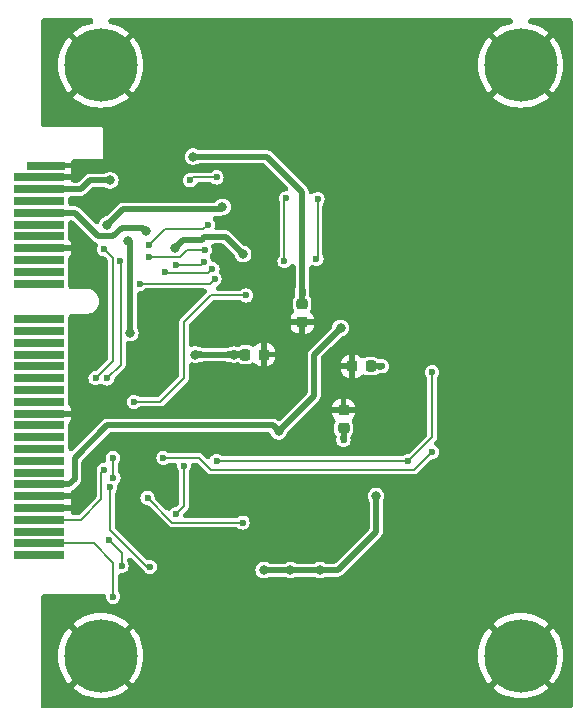
<source format=gbr>
%TF.GenerationSoftware,KiCad,Pcbnew,8.0.6*%
%TF.CreationDate,2024-12-26T15:20:47-06:00*%
%TF.ProjectId,RECESSIM-CW312T-SAM4C32,52454345-5353-4494-9d2d-435733313254,rev?*%
%TF.SameCoordinates,Original*%
%TF.FileFunction,Copper,L2,Bot*%
%TF.FilePolarity,Positive*%
%FSLAX46Y46*%
G04 Gerber Fmt 4.6, Leading zero omitted, Abs format (unit mm)*
G04 Created by KiCad (PCBNEW 8.0.6) date 2024-12-26 15:20:47*
%MOMM*%
%LPD*%
G01*
G04 APERTURE LIST*
G04 Aperture macros list*
%AMRoundRect*
0 Rectangle with rounded corners*
0 $1 Rounding radius*
0 $2 $3 $4 $5 $6 $7 $8 $9 X,Y pos of 4 corners*
0 Add a 4 corners polygon primitive as box body*
4,1,4,$2,$3,$4,$5,$6,$7,$8,$9,$2,$3,0*
0 Add four circle primitives for the rounded corners*
1,1,$1+$1,$2,$3*
1,1,$1+$1,$4,$5*
1,1,$1+$1,$6,$7*
1,1,$1+$1,$8,$9*
0 Add four rect primitives between the rounded corners*
20,1,$1+$1,$2,$3,$4,$5,0*
20,1,$1+$1,$4,$5,$6,$7,0*
20,1,$1+$1,$6,$7,$8,$9,0*
20,1,$1+$1,$8,$9,$2,$3,0*%
G04 Aperture macros list end*
%TA.AperFunction,ComponentPad*%
%ADD10C,1.000000*%
%TD*%
%TA.AperFunction,ComponentPad*%
%ADD11C,6.200000*%
%TD*%
%TA.AperFunction,ConnectorPad*%
%ADD12R,4.300000X0.700000*%
%TD*%
%TA.AperFunction,ConnectorPad*%
%ADD13R,3.200000X0.700000*%
%TD*%
%TA.AperFunction,SMDPad,CuDef*%
%ADD14RoundRect,0.225000X-0.250000X0.225000X-0.250000X-0.225000X0.250000X-0.225000X0.250000X0.225000X0*%
%TD*%
%TA.AperFunction,SMDPad,CuDef*%
%ADD15RoundRect,0.225000X0.225000X0.250000X-0.225000X0.250000X-0.225000X-0.250000X0.225000X-0.250000X0*%
%TD*%
%TA.AperFunction,SMDPad,CuDef*%
%ADD16RoundRect,0.225000X-0.225000X-0.250000X0.225000X-0.250000X0.225000X0.250000X-0.225000X0.250000X0*%
%TD*%
%TA.AperFunction,SMDPad,CuDef*%
%ADD17RoundRect,0.225000X0.250000X-0.225000X0.250000X0.225000X-0.250000X0.225000X-0.250000X-0.225000X0*%
%TD*%
%TA.AperFunction,ViaPad*%
%ADD18C,0.600000*%
%TD*%
%TA.AperFunction,ViaPad*%
%ADD19C,0.800000*%
%TD*%
%TA.AperFunction,Conductor*%
%ADD20C,0.500000*%
%TD*%
%TA.AperFunction,Conductor*%
%ADD21C,0.200000*%
%TD*%
G04 APERTURE END LIST*
D10*
%TO.P,P1,MH4,MH*%
%TO.N,GND*%
X176544934Y-67180542D03*
X178204934Y-67870542D03*
X174884934Y-67870542D03*
X178894934Y-69530542D03*
D11*
X176544934Y-69530542D03*
D10*
X174194934Y-69530542D03*
X178204934Y-71190542D03*
X174884934Y-71190542D03*
X176544934Y-71880542D03*
%TO.P,P1,MH3,MH*%
X176544934Y-117180542D03*
X178204934Y-117870542D03*
X174884934Y-117870542D03*
X178894934Y-119530542D03*
D11*
X176544934Y-119530542D03*
D10*
X174194934Y-119530542D03*
X178204934Y-121190542D03*
X174884934Y-121190542D03*
X176544934Y-121880542D03*
%TO.P,P1,MH2,MH*%
X140984934Y-67180542D03*
X142644934Y-67870542D03*
X139324934Y-67870542D03*
X143344934Y-69530542D03*
D11*
X140994934Y-69530542D03*
D10*
X138644934Y-69530542D03*
X142644934Y-71190542D03*
X139324934Y-71190542D03*
X140984934Y-71880542D03*
%TO.P,P1,MH1,MH*%
X140994934Y-117180542D03*
X142654934Y-117870542D03*
X139334934Y-117870542D03*
X143344934Y-119530542D03*
D11*
X140994934Y-119530542D03*
D10*
X138644934Y-119530542D03*
X142654934Y-121190542D03*
X139334934Y-121190542D03*
X140994934Y-121880542D03*
D12*
%TO.P,P1,A32*%
%TO.N,/JTAG_TRST*%
X135794934Y-111030542D03*
%TO.P,P1,A31*%
%TO.N,/nRST*%
X135794934Y-110030542D03*
%TO.P,P1,A30*%
%TO.N,unconnected-(P1-PadA30)*%
X135794934Y-109030542D03*
%TO.P,P1,A29*%
%TO.N,/CLK_FROM_SAM*%
X135794934Y-108030542D03*
%TO.P,P1,A28*%
%TO.N,GND*%
X135794934Y-107030542D03*
%TO.P,P1,A27*%
X135794934Y-106030542D03*
%TO.P,P1,A26*%
%TO.N,VCC*%
X135794934Y-105030542D03*
%TO.P,P1,A25*%
%TO.N,/TRACED3*%
X135794934Y-104030542D03*
%TO.P,P1,A24*%
%TO.N,/TRACED2*%
X135794934Y-103030542D03*
%TO.P,P1,A23*%
%TO.N,/TRACED1*%
X135794934Y-102030542D03*
%TO.P,P1,A22*%
%TO.N,/TRACED0*%
X135794934Y-101030542D03*
%TO.P,P1,A21*%
%TO.N,/TRACECLK*%
X135794934Y-100030542D03*
%TO.P,P1,A20*%
%TO.N,GND*%
X135794934Y-99030542D03*
%TO.P,P1,A19*%
%TO.N,/nRST_OUT*%
X135794934Y-98030542D03*
%TO.P,P1,A18*%
%TO.N,/HDR10*%
X135794934Y-97030542D03*
%TO.P,P1,A17*%
%TO.N,/HDR9*%
X135794934Y-96030542D03*
%TO.P,P1,A16*%
%TO.N,/HDR8*%
X135794934Y-95030542D03*
%TO.P,P1,A15*%
%TO.N,/HDR7*%
X135794934Y-94030542D03*
%TO.P,P1,A14*%
%TO.N,/HDR6*%
X135794934Y-93030542D03*
%TO.P,P1,A13*%
%TO.N,/HDR5*%
X135794934Y-92030542D03*
%TO.P,P1,A12*%
%TO.N,/HDR4*%
X135794934Y-91030542D03*
%TO.P,P1,A11*%
%TO.N,/HDR3*%
X135794934Y-88030542D03*
%TO.P,P1,A10*%
%TO.N,/HDR2*%
X135794934Y-87030542D03*
%TO.P,P1,A9*%
%TO.N,/HDR1*%
X135794934Y-86030542D03*
%TO.P,P1,A8*%
%TO.N,GND*%
X135794934Y-85030542D03*
%TO.P,P1,A7*%
%TO.N,/VCCADJ*%
X135794934Y-84030542D03*
%TO.P,P1,A6*%
%TO.N,/VCC5.0*%
X135794934Y-83030542D03*
%TO.P,P1,A5*%
%TO.N,VCC*%
X135794934Y-82030542D03*
%TO.P,P1,A4*%
%TO.N,/VCC2.5*%
X135794934Y-81030542D03*
%TO.P,P1,A3*%
%TO.N,/FILT_HP*%
X135794934Y-80030542D03*
%TO.P,P1,A2*%
%TO.N,GND*%
X135794934Y-79030542D03*
D13*
%TO.P,P1,A1*%
X136344934Y-78030542D03*
%TD*%
D14*
%TO.P,C7,1*%
%TO.N,/SHUNTL*%
X158044934Y-89755542D03*
%TO.P,C7,2*%
%TO.N,GND*%
X158044934Y-91305542D03*
%TD*%
D15*
%TO.P,C9,1*%
%TO.N,/SHUNTL*%
X163844934Y-95030542D03*
%TO.P,C9,2*%
%TO.N,GND*%
X162294934Y-95030542D03*
%TD*%
D16*
%TO.P,C6,1*%
%TO.N,/SHUNTL*%
X153244934Y-94030542D03*
%TO.P,C6,2*%
%TO.N,GND*%
X154794934Y-94030542D03*
%TD*%
D17*
%TO.P,C8,1*%
%TO.N,/SHUNTL*%
X161544934Y-100280542D03*
%TO.P,C8,2*%
%TO.N,GND*%
X161544934Y-98730542D03*
%TD*%
D18*
%TO.N,/GPIO2_RX*%
X150044934Y-83030542D03*
%TO.N,Net-(U1-PA6{slash}PGMNOE)*%
X167044934Y-103030542D03*
D19*
%TO.N,GND*%
X161544934Y-105030542D03*
X145294934Y-77530542D03*
X164544934Y-100530542D03*
X163044934Y-89030542D03*
X139044934Y-94030542D03*
X152544934Y-90530542D03*
X171544934Y-102780542D03*
X139044934Y-101030542D03*
X143544934Y-77530542D03*
X139044934Y-100030542D03*
X139044930Y-86030542D03*
X140794934Y-80280542D03*
X147044934Y-77530542D03*
X173294934Y-102780542D03*
%TO.N,/FILT_HP*%
X143494934Y-92200000D03*
X141794934Y-79280550D03*
X143294934Y-84380542D03*
D18*
%TO.N,/SHUNTL*%
X158044934Y-88780542D03*
D19*
X152294934Y-94030542D03*
X148794934Y-77280542D03*
X148994934Y-94030542D03*
D18*
X161544934Y-101280542D03*
X164794934Y-95030542D03*
D19*
%TO.N,VCC1.2*%
X151294934Y-81530542D03*
X141544934Y-83030542D03*
D18*
%TO.N,/BOOT_MODE*%
X141794930Y-105280542D03*
X145150000Y-112000000D03*
%TO.N,/GPIO3*%
X147350000Y-107550000D03*
X148044934Y-103430542D03*
%TO.N,/GPIO4*%
X143794934Y-98030542D03*
X153294934Y-89030542D03*
%TO.N,/GPIO1_TX*%
X145044934Y-85780542D03*
X141550000Y-96050004D03*
X149794934Y-85180542D03*
X142650000Y-86080542D03*
%TO.N,/LED3*%
X149744934Y-86180542D03*
X147344934Y-86430542D03*
%TO.N,/nRST*%
X148544934Y-79280542D03*
X142044934Y-114530542D03*
X150794934Y-79030542D03*
%TO.N,/CLK_FROM_SAM*%
X141294934Y-103780542D03*
%TO.N,/JTAG_TDO*%
X152995392Y-108253452D03*
X144950000Y-106150000D03*
D19*
%TO.N,VCC*%
X164294934Y-106030542D03*
X159544934Y-112280542D03*
X144794934Y-83530542D03*
X161294934Y-91780542D03*
X154794934Y-112280542D03*
X153044934Y-85530542D03*
X147294934Y-85030542D03*
X156044934Y-100530542D03*
X157044934Y-112280542D03*
D18*
%TO.N,/LED1*%
X150623771Y-87611518D03*
X144294934Y-88030536D03*
%TO.N,/CLKIN*%
X142063727Y-104474159D03*
X142044934Y-102780542D03*
%TO.N,/GPIO2_RX*%
X141294934Y-85130542D03*
X140550000Y-96030542D03*
X145044934Y-84780542D03*
%TO.N,/LED2*%
X146394934Y-87080542D03*
X150444934Y-86780542D03*
%TO.N,Net-(U1-PA31{slash}XIN)*%
X146294934Y-102780542D03*
X169044934Y-102280542D03*
%TO.N,Net-(U1-PA6{slash}PGMNOE)*%
X150794934Y-103030542D03*
X169044934Y-95530542D03*
%TO.N,Net-(U1-VDDOUT)*%
X159244934Y-85927326D03*
X159345905Y-80880542D03*
%TO.N,Net-(U1-VDDLCD)*%
X156692212Y-80820197D03*
X156544934Y-86130542D03*
%TO.N,/JTAG_TMS*%
X141650000Y-109700008D03*
X142750000Y-111950000D03*
%TD*%
D20*
%TO.N,/FILT_HP*%
X143494944Y-84580552D02*
X143494944Y-92199990D01*
X143494944Y-92199990D02*
X143494934Y-92200000D01*
X143294934Y-84380542D02*
X143494944Y-84580552D01*
D21*
%TO.N,/BOOT_MODE*%
X141794930Y-108894930D02*
X144900000Y-112000000D01*
X144900000Y-112000000D02*
X145150000Y-112000000D01*
X141794930Y-105280542D02*
X141794930Y-108894930D01*
%TO.N,/JTAG_TMS*%
X142750000Y-110800008D02*
X142750000Y-111950000D01*
X141650000Y-109700008D02*
X142750000Y-110800008D01*
%TO.N,/JTAG_TDO*%
X147053452Y-108253452D02*
X144950000Y-106150000D01*
X152995392Y-108253452D02*
X147053452Y-108253452D01*
%TO.N,/GPIO3*%
X148044934Y-106855066D02*
X147350000Y-107550000D01*
X148044934Y-103430542D02*
X148044934Y-106855066D01*
%TO.N,/nRST*%
X142044934Y-111666967D02*
X142044934Y-114530542D01*
X140408509Y-110030542D02*
X142044934Y-111666967D01*
X135794934Y-110030542D02*
X140408509Y-110030542D01*
%TO.N,/GPIO1_TX*%
X142694934Y-94905070D02*
X141550000Y-96050004D01*
X142650000Y-86080542D02*
X142694934Y-86125476D01*
X142694934Y-86125476D02*
X142694934Y-94905070D01*
%TO.N,/GPIO2_RX*%
X142000000Y-94580542D02*
X140550000Y-96030542D01*
X142000000Y-85835608D02*
X142000000Y-94580542D01*
X141294934Y-85130542D02*
X142000000Y-85835608D01*
%TO.N,Net-(U1-VDDOUT)*%
X159345905Y-80880542D02*
X159345905Y-85826355D01*
X159345905Y-85826355D02*
X159244934Y-85927326D01*
%TO.N,Net-(U1-VDDLCD)*%
X156544934Y-86130542D02*
X156544934Y-80967475D01*
X156544934Y-80967475D02*
X156692212Y-80820197D01*
D20*
%TO.N,VCC1.2*%
X142844934Y-81730542D02*
X151094934Y-81730542D01*
X141544934Y-83030542D02*
X142844934Y-81730542D01*
X151094934Y-81730542D02*
X151294934Y-81530542D01*
D21*
%TO.N,/GPIO2_RX*%
X150044934Y-83030542D02*
X149644934Y-83430542D01*
X149644934Y-83430542D02*
X146394934Y-83430542D01*
X146394934Y-83430542D02*
X145044934Y-84780542D01*
D20*
%TO.N,VCC*%
X151594934Y-84080542D02*
X153044934Y-85530542D01*
X149772752Y-84080542D02*
X151594934Y-84080542D01*
X147994934Y-84330542D02*
X149522752Y-84330542D01*
X149522752Y-84330542D02*
X149772752Y-84080542D01*
X147294934Y-85030542D02*
X147994934Y-84330542D01*
D21*
%TO.N,/LED3*%
X147344934Y-86430542D02*
X149494934Y-86430542D01*
X149494934Y-86430542D02*
X149744934Y-86180542D01*
%TO.N,/GPIO1_TX*%
X149794934Y-85180542D02*
X148294934Y-85180542D01*
X148294934Y-85180542D02*
X147694934Y-85780542D01*
X147694934Y-85780542D02*
X145044934Y-85780542D01*
%TO.N,/LED1*%
X144294934Y-88030536D02*
X144294940Y-88030542D01*
X144294940Y-88030542D02*
X150204747Y-88030542D01*
X150204747Y-88030542D02*
X150623771Y-87611518D01*
D20*
%TO.N,/FILT_HP*%
X140044926Y-79280550D02*
X141794934Y-79280550D01*
X135794934Y-80030542D02*
X139294934Y-80030542D01*
X139294934Y-80030542D02*
X140044926Y-79280550D01*
%TO.N,/SHUNTL*%
X153244934Y-94030542D02*
X153294934Y-94030542D01*
X158044934Y-80280542D02*
X158044934Y-88780542D01*
X163844934Y-95030542D02*
X164794934Y-95030542D01*
X155044934Y-77280542D02*
X158044934Y-80280542D01*
X148994934Y-94030542D02*
X152294934Y-94030542D01*
X153244934Y-94030542D02*
X152294934Y-94030542D01*
X148794934Y-77280542D02*
X155044934Y-77280542D01*
X161544934Y-100280542D02*
X161544934Y-101280542D01*
X158044934Y-89755542D02*
X158044934Y-88780542D01*
D21*
%TO.N,/GPIO4*%
X146544934Y-97530542D02*
X146044934Y-98030542D01*
X146044934Y-98030542D02*
X143794934Y-98030542D01*
X150294934Y-89030542D02*
X148044934Y-91280542D01*
X153294934Y-89030542D02*
X150294934Y-89030542D01*
X148044934Y-96030542D02*
X146544934Y-97530542D01*
X148044934Y-91280542D02*
X148044934Y-96030542D01*
%TO.N,/nRST*%
X150794934Y-79030542D02*
X148794934Y-79030542D01*
X148794934Y-79030542D02*
X148544934Y-79280542D01*
%TO.N,/CLK_FROM_SAM*%
X139294934Y-108030542D02*
X141044934Y-106280542D01*
X141044934Y-106280542D02*
X141044934Y-104030542D01*
X141044934Y-104030542D02*
X141294934Y-103780542D01*
X135794934Y-108030542D02*
X139294934Y-108030542D01*
D20*
%TO.N,VCC*%
X144544934Y-83280542D02*
X144794934Y-83530542D01*
X156044934Y-100530542D02*
X159044934Y-97530542D01*
X164044934Y-109280542D02*
X164294934Y-109030542D01*
X140794934Y-84030542D02*
X141294934Y-84030542D01*
X142044934Y-84030542D02*
X142794934Y-83280542D01*
X138794934Y-104530542D02*
X138794934Y-102780542D01*
X161044934Y-112280542D02*
X164044934Y-109280542D01*
X138294934Y-105030542D02*
X138794934Y-104530542D01*
X140544934Y-83780542D02*
X140794934Y-84030542D01*
X138794934Y-82030542D02*
X140544934Y-83780542D01*
X159544934Y-112280542D02*
X161044934Y-112280542D01*
X164294934Y-109030542D02*
X164294934Y-106030542D01*
X159044934Y-97530542D02*
X159044934Y-94030542D01*
X138794934Y-102780542D02*
X141544934Y-100030542D01*
X159544934Y-112280542D02*
X157044934Y-112280542D01*
X141294934Y-84030542D02*
X142044934Y-84030542D01*
X159044934Y-94030542D02*
X161294934Y-91780542D01*
X141544934Y-100030542D02*
X155544934Y-100030542D01*
X135794934Y-82030542D02*
X138794934Y-82030542D01*
X155544934Y-100030542D02*
X156044934Y-100530542D01*
X135794934Y-105030542D02*
X138294934Y-105030542D01*
X142794934Y-83280542D02*
X144544934Y-83280542D01*
X157044934Y-112280542D02*
X154794934Y-112280542D01*
D21*
%TO.N,/CLKIN*%
X142044934Y-104455366D02*
X142063727Y-104474159D01*
X142044934Y-102780542D02*
X142044934Y-104455366D01*
%TO.N,Net-(U1-PA31{slash}XIN)*%
X150294934Y-103780542D02*
X149294934Y-102780542D01*
X149294934Y-102780542D02*
X146294934Y-102780542D01*
X169044934Y-102280542D02*
X167544934Y-103780542D01*
X167544934Y-103780542D02*
X150294934Y-103780542D01*
%TO.N,Net-(U1-PA6{slash}PGMNOE)*%
X169044934Y-101030542D02*
X169044934Y-95530542D01*
X150794934Y-103030542D02*
X167044934Y-103030542D01*
X167044934Y-103030542D02*
X169044934Y-101030542D01*
%TO.N,/LED2*%
X146394934Y-87080542D02*
X146444934Y-87130542D01*
X150094934Y-87130542D02*
X150444934Y-86780542D01*
X146444934Y-87130542D02*
X150094934Y-87130542D01*
%TD*%
%TA.AperFunction,Conductor*%
%TO.N,GND*%
G36*
X140215888Y-65549996D02*
G01*
X140296670Y-65603972D01*
X140350646Y-65684754D01*
X140369600Y-65780042D01*
X140350646Y-65875330D01*
X140296670Y-65956112D01*
X140215888Y-66010088D01*
X140185045Y-66020558D01*
X139880949Y-66102039D01*
X139528668Y-66237266D01*
X139528666Y-66237267D01*
X139192462Y-66408572D01*
X138876003Y-66614083D01*
X138630684Y-66812737D01*
X140054236Y-68236289D01*
X139952604Y-68310130D01*
X139774522Y-68488212D01*
X139700681Y-68589844D01*
X138951542Y-67840705D01*
X139174934Y-67840705D01*
X139174934Y-67900379D01*
X139197770Y-67955510D01*
X139239966Y-67997706D01*
X139295097Y-68020542D01*
X139354771Y-68020542D01*
X139409902Y-67997706D01*
X139452098Y-67955510D01*
X139474934Y-67900379D01*
X139474934Y-67840705D01*
X139452098Y-67785574D01*
X139409902Y-67743378D01*
X139354771Y-67720542D01*
X139295097Y-67720542D01*
X139239966Y-67743378D01*
X139197770Y-67785574D01*
X139174934Y-67840705D01*
X138951542Y-67840705D01*
X138277129Y-67166292D01*
X138078475Y-67411611D01*
X137872964Y-67728070D01*
X137701659Y-68064274D01*
X137701658Y-68064276D01*
X137566431Y-68416557D01*
X137468770Y-68781034D01*
X137409741Y-69153727D01*
X137389994Y-69530542D01*
X137409741Y-69907356D01*
X137468770Y-70280049D01*
X137566431Y-70644526D01*
X137701658Y-70996807D01*
X137701659Y-70996809D01*
X137872964Y-71333013D01*
X138078475Y-71649472D01*
X138277129Y-71894790D01*
X139011213Y-71160705D01*
X139174934Y-71160705D01*
X139174934Y-71220379D01*
X139197770Y-71275510D01*
X139239966Y-71317706D01*
X139295097Y-71340542D01*
X139354771Y-71340542D01*
X139409902Y-71317706D01*
X139452098Y-71275510D01*
X139474934Y-71220379D01*
X139474934Y-71160705D01*
X139452098Y-71105574D01*
X139409902Y-71063378D01*
X139354771Y-71040542D01*
X139295097Y-71040542D01*
X139239966Y-71063378D01*
X139197770Y-71105574D01*
X139174934Y-71160705D01*
X139011213Y-71160705D01*
X139700680Y-70471238D01*
X139774522Y-70572872D01*
X139952604Y-70750954D01*
X140054235Y-70824793D01*
X138630684Y-72248345D01*
X138876003Y-72447000D01*
X139192462Y-72652511D01*
X139528666Y-72823816D01*
X139528668Y-72823817D01*
X139880949Y-72959044D01*
X140245426Y-73056705D01*
X140618121Y-73115734D01*
X140618117Y-73115734D01*
X140994934Y-73135481D01*
X141371748Y-73115734D01*
X141744441Y-73056705D01*
X142108918Y-72959044D01*
X142461199Y-72823817D01*
X142461201Y-72823816D01*
X142797405Y-72652511D01*
X143113870Y-72446996D01*
X143359182Y-72248345D01*
X142271542Y-71160705D01*
X142494934Y-71160705D01*
X142494934Y-71220379D01*
X142517770Y-71275510D01*
X142559966Y-71317706D01*
X142615097Y-71340542D01*
X142674771Y-71340542D01*
X142729902Y-71317706D01*
X142772098Y-71275510D01*
X142794934Y-71220379D01*
X142794934Y-71160705D01*
X142772098Y-71105574D01*
X142729902Y-71063378D01*
X142674771Y-71040542D01*
X142615097Y-71040542D01*
X142559966Y-71063378D01*
X142517770Y-71105574D01*
X142494934Y-71160705D01*
X142271542Y-71160705D01*
X141935631Y-70824794D01*
X142037264Y-70750954D01*
X142215346Y-70572872D01*
X142289186Y-70471239D01*
X143712737Y-71894790D01*
X143911388Y-71649478D01*
X144116903Y-71333013D01*
X144288208Y-70996809D01*
X144288209Y-70996807D01*
X144423436Y-70644526D01*
X144521097Y-70280049D01*
X144580126Y-69907356D01*
X144599873Y-69530542D01*
X144580126Y-69153727D01*
X144521097Y-68781034D01*
X144423436Y-68416557D01*
X144288209Y-68064276D01*
X144288208Y-68064274D01*
X144116903Y-67728070D01*
X143911392Y-67411611D01*
X143712737Y-67166292D01*
X142289185Y-68589843D01*
X142215346Y-68488212D01*
X142037264Y-68310130D01*
X141935630Y-68236288D01*
X142331213Y-67840705D01*
X142494934Y-67840705D01*
X142494934Y-67900379D01*
X142517770Y-67955510D01*
X142559966Y-67997706D01*
X142615097Y-68020542D01*
X142674771Y-68020542D01*
X142729902Y-67997706D01*
X142772098Y-67955510D01*
X142794934Y-67900379D01*
X142794934Y-67840705D01*
X142772098Y-67785574D01*
X142729902Y-67743378D01*
X142674771Y-67720542D01*
X142615097Y-67720542D01*
X142559966Y-67743378D01*
X142517770Y-67785574D01*
X142494934Y-67840705D01*
X142331213Y-67840705D01*
X143359182Y-66812737D01*
X143113864Y-66614083D01*
X142797405Y-66408572D01*
X142461201Y-66237267D01*
X142461199Y-66237266D01*
X142108918Y-66102039D01*
X141804823Y-66020558D01*
X141717687Y-65977587D01*
X141653628Y-65904543D01*
X141622398Y-65812544D01*
X141628752Y-65715597D01*
X141671723Y-65628461D01*
X141744767Y-65564402D01*
X141836766Y-65533172D01*
X141869268Y-65531042D01*
X175670600Y-65531042D01*
X175765888Y-65549996D01*
X175846670Y-65603972D01*
X175900646Y-65684754D01*
X175919600Y-65780042D01*
X175900646Y-65875330D01*
X175846670Y-65956112D01*
X175765888Y-66010088D01*
X175735045Y-66020558D01*
X175430949Y-66102039D01*
X175078668Y-66237266D01*
X175078666Y-66237267D01*
X174742462Y-66408572D01*
X174426003Y-66614083D01*
X174180684Y-66812737D01*
X175604236Y-68236289D01*
X175502604Y-68310130D01*
X175324522Y-68488212D01*
X175250681Y-68589844D01*
X174501542Y-67840705D01*
X174734934Y-67840705D01*
X174734934Y-67900379D01*
X174757770Y-67955510D01*
X174799966Y-67997706D01*
X174855097Y-68020542D01*
X174914771Y-68020542D01*
X174969902Y-67997706D01*
X175012098Y-67955510D01*
X175034934Y-67900379D01*
X175034934Y-67840705D01*
X175012098Y-67785574D01*
X174969902Y-67743378D01*
X174914771Y-67720542D01*
X174855097Y-67720542D01*
X174799966Y-67743378D01*
X174757770Y-67785574D01*
X174734934Y-67840705D01*
X174501542Y-67840705D01*
X173827129Y-67166292D01*
X173628475Y-67411611D01*
X173422964Y-67728070D01*
X173251659Y-68064274D01*
X173251658Y-68064276D01*
X173116431Y-68416557D01*
X173018770Y-68781034D01*
X172959741Y-69153727D01*
X172939994Y-69530542D01*
X172959741Y-69907356D01*
X173018770Y-70280049D01*
X173116431Y-70644526D01*
X173251658Y-70996807D01*
X173251659Y-70996809D01*
X173422964Y-71333013D01*
X173628475Y-71649472D01*
X173827129Y-71894790D01*
X174561213Y-71160705D01*
X174734934Y-71160705D01*
X174734934Y-71220379D01*
X174757770Y-71275510D01*
X174799966Y-71317706D01*
X174855097Y-71340542D01*
X174914771Y-71340542D01*
X174969902Y-71317706D01*
X175012098Y-71275510D01*
X175034934Y-71220379D01*
X175034934Y-71160705D01*
X175012098Y-71105574D01*
X174969902Y-71063378D01*
X174914771Y-71040542D01*
X174855097Y-71040542D01*
X174799966Y-71063378D01*
X174757770Y-71105574D01*
X174734934Y-71160705D01*
X174561213Y-71160705D01*
X175250680Y-70471238D01*
X175324522Y-70572872D01*
X175502604Y-70750954D01*
X175604235Y-70824793D01*
X174180684Y-72248345D01*
X174426003Y-72447000D01*
X174742462Y-72652511D01*
X175078666Y-72823816D01*
X175078668Y-72823817D01*
X175430949Y-72959044D01*
X175795426Y-73056705D01*
X176168121Y-73115734D01*
X176168117Y-73115734D01*
X176544934Y-73135481D01*
X176921748Y-73115734D01*
X177294441Y-73056705D01*
X177658918Y-72959044D01*
X178011199Y-72823817D01*
X178011201Y-72823816D01*
X178347405Y-72652511D01*
X178663870Y-72446996D01*
X178909182Y-72248345D01*
X177821542Y-71160705D01*
X178054934Y-71160705D01*
X178054934Y-71220379D01*
X178077770Y-71275510D01*
X178119966Y-71317706D01*
X178175097Y-71340542D01*
X178234771Y-71340542D01*
X178289902Y-71317706D01*
X178332098Y-71275510D01*
X178354934Y-71220379D01*
X178354934Y-71160705D01*
X178332098Y-71105574D01*
X178289902Y-71063378D01*
X178234771Y-71040542D01*
X178175097Y-71040542D01*
X178119966Y-71063378D01*
X178077770Y-71105574D01*
X178054934Y-71160705D01*
X177821542Y-71160705D01*
X177485631Y-70824794D01*
X177587264Y-70750954D01*
X177765346Y-70572872D01*
X177839186Y-70471239D01*
X179262737Y-71894790D01*
X179461388Y-71649478D01*
X179666903Y-71333013D01*
X179838208Y-70996809D01*
X179838209Y-70996807D01*
X179973436Y-70644526D01*
X180071097Y-70280049D01*
X180130126Y-69907356D01*
X180149873Y-69530542D01*
X180130126Y-69153727D01*
X180071097Y-68781034D01*
X179973436Y-68416557D01*
X179838209Y-68064276D01*
X179838208Y-68064274D01*
X179666903Y-67728070D01*
X179461392Y-67411611D01*
X179262737Y-67166292D01*
X177839185Y-68589843D01*
X177765346Y-68488212D01*
X177587264Y-68310130D01*
X177485630Y-68236288D01*
X177881213Y-67840705D01*
X178054934Y-67840705D01*
X178054934Y-67900379D01*
X178077770Y-67955510D01*
X178119966Y-67997706D01*
X178175097Y-68020542D01*
X178234771Y-68020542D01*
X178289902Y-67997706D01*
X178332098Y-67955510D01*
X178354934Y-67900379D01*
X178354934Y-67840705D01*
X178332098Y-67785574D01*
X178289902Y-67743378D01*
X178234771Y-67720542D01*
X178175097Y-67720542D01*
X178119966Y-67743378D01*
X178077770Y-67785574D01*
X178054934Y-67840705D01*
X177881213Y-67840705D01*
X178909182Y-66812737D01*
X178663864Y-66614083D01*
X178347405Y-66408572D01*
X178011201Y-66237267D01*
X178011199Y-66237266D01*
X177658918Y-66102039D01*
X177354823Y-66020558D01*
X177267687Y-65977587D01*
X177203628Y-65904543D01*
X177172398Y-65812544D01*
X177178752Y-65715597D01*
X177221723Y-65628461D01*
X177294767Y-65564402D01*
X177386766Y-65533172D01*
X177419268Y-65531042D01*
X180695434Y-65531042D01*
X180790722Y-65549996D01*
X180871504Y-65603972D01*
X180925480Y-65684754D01*
X180944434Y-65780042D01*
X180944434Y-123751042D01*
X180925480Y-123846330D01*
X180871504Y-123927112D01*
X180790722Y-123981088D01*
X180695434Y-124000042D01*
X136194434Y-124000042D01*
X136099146Y-123981088D01*
X136018364Y-123927112D01*
X135964388Y-123846330D01*
X135945434Y-123751042D01*
X135945434Y-119530542D01*
X137389994Y-119530542D01*
X137409741Y-119907356D01*
X137468770Y-120280049D01*
X137566431Y-120644526D01*
X137701658Y-120996807D01*
X137701659Y-120996809D01*
X137872964Y-121333013D01*
X138078475Y-121649472D01*
X138277129Y-121894790D01*
X139011213Y-121160705D01*
X139184934Y-121160705D01*
X139184934Y-121220379D01*
X139207770Y-121275510D01*
X139249966Y-121317706D01*
X139305097Y-121340542D01*
X139364771Y-121340542D01*
X139419902Y-121317706D01*
X139462098Y-121275510D01*
X139484934Y-121220379D01*
X139484934Y-121160705D01*
X139462098Y-121105574D01*
X139419902Y-121063378D01*
X139364771Y-121040542D01*
X139305097Y-121040542D01*
X139249966Y-121063378D01*
X139207770Y-121105574D01*
X139184934Y-121160705D01*
X139011213Y-121160705D01*
X139700680Y-120471238D01*
X139774522Y-120572872D01*
X139952604Y-120750954D01*
X140054235Y-120824793D01*
X138630684Y-122248345D01*
X138876003Y-122447000D01*
X139192462Y-122652511D01*
X139528666Y-122823816D01*
X139528668Y-122823817D01*
X139880949Y-122959044D01*
X140245426Y-123056705D01*
X140618121Y-123115734D01*
X140618117Y-123115734D01*
X140994934Y-123135481D01*
X141371748Y-123115734D01*
X141744441Y-123056705D01*
X142108918Y-122959044D01*
X142461199Y-122823817D01*
X142461201Y-122823816D01*
X142797405Y-122652511D01*
X143113870Y-122446996D01*
X143359182Y-122248345D01*
X142271542Y-121160705D01*
X142504934Y-121160705D01*
X142504934Y-121220379D01*
X142527770Y-121275510D01*
X142569966Y-121317706D01*
X142625097Y-121340542D01*
X142684771Y-121340542D01*
X142739902Y-121317706D01*
X142782098Y-121275510D01*
X142804934Y-121220379D01*
X142804934Y-121160705D01*
X142782098Y-121105574D01*
X142739902Y-121063378D01*
X142684771Y-121040542D01*
X142625097Y-121040542D01*
X142569966Y-121063378D01*
X142527770Y-121105574D01*
X142504934Y-121160705D01*
X142271542Y-121160705D01*
X141935631Y-120824794D01*
X142037264Y-120750954D01*
X142215346Y-120572872D01*
X142289186Y-120471239D01*
X143712737Y-121894790D01*
X143911388Y-121649478D01*
X144116903Y-121333013D01*
X144288208Y-120996809D01*
X144288209Y-120996807D01*
X144423436Y-120644526D01*
X144521097Y-120280049D01*
X144580126Y-119907356D01*
X144599873Y-119530542D01*
X172939994Y-119530542D01*
X172959741Y-119907356D01*
X173018770Y-120280049D01*
X173116431Y-120644526D01*
X173251658Y-120996807D01*
X173251659Y-120996809D01*
X173422964Y-121333013D01*
X173628475Y-121649472D01*
X173827129Y-121894790D01*
X174561213Y-121160705D01*
X174734934Y-121160705D01*
X174734934Y-121220379D01*
X174757770Y-121275510D01*
X174799966Y-121317706D01*
X174855097Y-121340542D01*
X174914771Y-121340542D01*
X174969902Y-121317706D01*
X175012098Y-121275510D01*
X175034934Y-121220379D01*
X175034934Y-121160705D01*
X175012098Y-121105574D01*
X174969902Y-121063378D01*
X174914771Y-121040542D01*
X174855097Y-121040542D01*
X174799966Y-121063378D01*
X174757770Y-121105574D01*
X174734934Y-121160705D01*
X174561213Y-121160705D01*
X175250680Y-120471238D01*
X175324522Y-120572872D01*
X175502604Y-120750954D01*
X175604235Y-120824793D01*
X174180684Y-122248345D01*
X174426003Y-122447000D01*
X174742462Y-122652511D01*
X175078666Y-122823816D01*
X175078668Y-122823817D01*
X175430949Y-122959044D01*
X175795426Y-123056705D01*
X176168121Y-123115734D01*
X176168117Y-123115734D01*
X176544934Y-123135481D01*
X176921748Y-123115734D01*
X177294441Y-123056705D01*
X177658918Y-122959044D01*
X178011199Y-122823817D01*
X178011201Y-122823816D01*
X178347405Y-122652511D01*
X178663870Y-122446996D01*
X178909182Y-122248345D01*
X177821542Y-121160705D01*
X178054934Y-121160705D01*
X178054934Y-121220379D01*
X178077770Y-121275510D01*
X178119966Y-121317706D01*
X178175097Y-121340542D01*
X178234771Y-121340542D01*
X178289902Y-121317706D01*
X178332098Y-121275510D01*
X178354934Y-121220379D01*
X178354934Y-121160705D01*
X178332098Y-121105574D01*
X178289902Y-121063378D01*
X178234771Y-121040542D01*
X178175097Y-121040542D01*
X178119966Y-121063378D01*
X178077770Y-121105574D01*
X178054934Y-121160705D01*
X177821542Y-121160705D01*
X177485631Y-120824794D01*
X177587264Y-120750954D01*
X177765346Y-120572872D01*
X177839186Y-120471239D01*
X179262737Y-121894790D01*
X179461388Y-121649478D01*
X179666903Y-121333013D01*
X179838208Y-120996809D01*
X179838209Y-120996807D01*
X179973436Y-120644526D01*
X180071097Y-120280049D01*
X180130126Y-119907356D01*
X180149873Y-119530542D01*
X180130126Y-119153727D01*
X180071097Y-118781034D01*
X179973436Y-118416557D01*
X179838209Y-118064276D01*
X179838208Y-118064274D01*
X179666903Y-117728070D01*
X179461392Y-117411611D01*
X179262737Y-117166292D01*
X177839185Y-118589843D01*
X177765346Y-118488212D01*
X177587264Y-118310130D01*
X177485630Y-118236288D01*
X177881213Y-117840705D01*
X178054934Y-117840705D01*
X178054934Y-117900379D01*
X178077770Y-117955510D01*
X178119966Y-117997706D01*
X178175097Y-118020542D01*
X178234771Y-118020542D01*
X178289902Y-117997706D01*
X178332098Y-117955510D01*
X178354934Y-117900379D01*
X178354934Y-117840705D01*
X178332098Y-117785574D01*
X178289902Y-117743378D01*
X178234771Y-117720542D01*
X178175097Y-117720542D01*
X178119966Y-117743378D01*
X178077770Y-117785574D01*
X178054934Y-117840705D01*
X177881213Y-117840705D01*
X178909182Y-116812737D01*
X178663864Y-116614083D01*
X178347405Y-116408572D01*
X178011201Y-116237267D01*
X178011199Y-116237266D01*
X177658918Y-116102039D01*
X177294441Y-116004378D01*
X176921746Y-115945349D01*
X176921750Y-115945349D01*
X176544934Y-115925602D01*
X176168119Y-115945349D01*
X175795426Y-116004378D01*
X175430949Y-116102039D01*
X175078668Y-116237266D01*
X175078666Y-116237267D01*
X174742462Y-116408572D01*
X174426003Y-116614083D01*
X174180684Y-116812737D01*
X175604236Y-118236289D01*
X175502604Y-118310130D01*
X175324522Y-118488212D01*
X175250681Y-118589844D01*
X174501542Y-117840705D01*
X174734934Y-117840705D01*
X174734934Y-117900379D01*
X174757770Y-117955510D01*
X174799966Y-117997706D01*
X174855097Y-118020542D01*
X174914771Y-118020542D01*
X174969902Y-117997706D01*
X175012098Y-117955510D01*
X175034934Y-117900379D01*
X175034934Y-117840705D01*
X175012098Y-117785574D01*
X174969902Y-117743378D01*
X174914771Y-117720542D01*
X174855097Y-117720542D01*
X174799966Y-117743378D01*
X174757770Y-117785574D01*
X174734934Y-117840705D01*
X174501542Y-117840705D01*
X173827129Y-117166292D01*
X173628475Y-117411611D01*
X173422964Y-117728070D01*
X173251659Y-118064274D01*
X173251658Y-118064276D01*
X173116431Y-118416557D01*
X173018770Y-118781034D01*
X172959741Y-119153727D01*
X172939994Y-119530542D01*
X144599873Y-119530542D01*
X144580126Y-119153727D01*
X144521097Y-118781034D01*
X144423436Y-118416557D01*
X144288209Y-118064276D01*
X144288208Y-118064274D01*
X144116903Y-117728070D01*
X143911392Y-117411611D01*
X143712737Y-117166292D01*
X142289185Y-118589843D01*
X142215346Y-118488212D01*
X142037264Y-118310130D01*
X141935630Y-118236288D01*
X142331213Y-117840705D01*
X142504934Y-117840705D01*
X142504934Y-117900379D01*
X142527770Y-117955510D01*
X142569966Y-117997706D01*
X142625097Y-118020542D01*
X142684771Y-118020542D01*
X142739902Y-117997706D01*
X142782098Y-117955510D01*
X142804934Y-117900379D01*
X142804934Y-117840705D01*
X142782098Y-117785574D01*
X142739902Y-117743378D01*
X142684771Y-117720542D01*
X142625097Y-117720542D01*
X142569966Y-117743378D01*
X142527770Y-117785574D01*
X142504934Y-117840705D01*
X142331213Y-117840705D01*
X143359182Y-116812737D01*
X143113864Y-116614083D01*
X142797405Y-116408572D01*
X142461201Y-116237267D01*
X142461199Y-116237266D01*
X142108918Y-116102039D01*
X141744441Y-116004378D01*
X141371746Y-115945349D01*
X141371750Y-115945349D01*
X140994934Y-115925602D01*
X140618119Y-115945349D01*
X140245426Y-116004378D01*
X139880949Y-116102039D01*
X139528668Y-116237266D01*
X139528666Y-116237267D01*
X139192462Y-116408572D01*
X138876003Y-116614083D01*
X138630684Y-116812737D01*
X140054236Y-118236289D01*
X139952604Y-118310130D01*
X139774522Y-118488212D01*
X139700681Y-118589844D01*
X138951542Y-117840705D01*
X139184934Y-117840705D01*
X139184934Y-117900379D01*
X139207770Y-117955510D01*
X139249966Y-117997706D01*
X139305097Y-118020542D01*
X139364771Y-118020542D01*
X139419902Y-117997706D01*
X139462098Y-117955510D01*
X139484934Y-117900379D01*
X139484934Y-117840705D01*
X139462098Y-117785574D01*
X139419902Y-117743378D01*
X139364771Y-117720542D01*
X139305097Y-117720542D01*
X139249966Y-117743378D01*
X139207770Y-117785574D01*
X139184934Y-117840705D01*
X138951542Y-117840705D01*
X138277129Y-117166292D01*
X138078475Y-117411611D01*
X137872964Y-117728070D01*
X137701659Y-118064274D01*
X137701658Y-118064276D01*
X137566431Y-118416557D01*
X137468770Y-118781034D01*
X137409741Y-119153727D01*
X137389994Y-119530542D01*
X135945434Y-119530542D01*
X135945434Y-114530042D01*
X135964388Y-114434754D01*
X136018364Y-114353972D01*
X136099146Y-114299996D01*
X136194434Y-114281042D01*
X141064924Y-114281042D01*
X141064925Y-114281042D01*
X141097133Y-114267700D01*
X141192415Y-114248746D01*
X141287704Y-114267698D01*
X141368486Y-114321673D01*
X141422464Y-114402454D01*
X141441420Y-114497741D01*
X141439292Y-114530231D01*
X141439252Y-114530534D01*
X141439252Y-114530541D01*
X141459889Y-114687302D01*
X141459890Y-114687304D01*
X141520398Y-114833383D01*
X141616652Y-114958824D01*
X141742093Y-115055078D01*
X141888172Y-115115586D01*
X142044934Y-115136224D01*
X142201696Y-115115586D01*
X142347775Y-115055078D01*
X142473216Y-114958824D01*
X142569470Y-114833383D01*
X142629978Y-114687304D01*
X142650616Y-114530542D01*
X142629978Y-114373780D01*
X142569470Y-114227701D01*
X142496888Y-114133110D01*
X142453918Y-114045974D01*
X142445434Y-113981529D01*
X142445434Y-112799515D01*
X142464388Y-112704227D01*
X142518364Y-112623445D01*
X142599146Y-112569469D01*
X142694434Y-112550515D01*
X142726927Y-112552644D01*
X142750000Y-112555682D01*
X142906762Y-112535044D01*
X143052841Y-112474536D01*
X143178282Y-112378282D01*
X143274536Y-112252841D01*
X143335044Y-112106762D01*
X143355682Y-111950000D01*
X143335044Y-111793238D01*
X143274536Y-111647159D01*
X143258166Y-111625825D01*
X143215197Y-111538691D01*
X143208842Y-111441744D01*
X143240072Y-111349745D01*
X143304130Y-111276700D01*
X143391266Y-111233730D01*
X143488213Y-111227375D01*
X143580212Y-111258605D01*
X143631782Y-111298175D01*
X144587281Y-112253674D01*
X144615241Y-112290114D01*
X144615529Y-112289894D01*
X144721713Y-112428276D01*
X144721718Y-112428282D01*
X144721722Y-112428285D01*
X144721723Y-112428286D01*
X144847155Y-112524533D01*
X144847159Y-112524536D01*
X144993238Y-112585044D01*
X145150000Y-112605682D01*
X145306762Y-112585044D01*
X145452841Y-112524536D01*
X145578282Y-112428282D01*
X145674536Y-112302841D01*
X145683774Y-112280538D01*
X154089289Y-112280538D01*
X154089289Y-112280545D01*
X154109792Y-112449408D01*
X154109794Y-112449415D01*
X154138284Y-112524536D01*
X154170116Y-112608472D01*
X154247825Y-112721052D01*
X154266754Y-112748475D01*
X154394078Y-112861273D01*
X154394081Y-112861276D01*
X154477269Y-112904936D01*
X154544709Y-112940332D01*
X154709878Y-112981042D01*
X154709880Y-112981042D01*
X154879988Y-112981042D01*
X154879990Y-112981042D01*
X155045159Y-112940332D01*
X155141165Y-112889943D01*
X155199049Y-112859564D01*
X155292231Y-112832064D01*
X155314766Y-112831042D01*
X156525102Y-112831042D01*
X156620390Y-112849996D01*
X156640819Y-112859564D01*
X156729129Y-112905913D01*
X156794709Y-112940332D01*
X156959878Y-112981042D01*
X156959880Y-112981042D01*
X157129988Y-112981042D01*
X157129990Y-112981042D01*
X157295159Y-112940332D01*
X157391165Y-112889943D01*
X157449049Y-112859564D01*
X157542231Y-112832064D01*
X157564766Y-112831042D01*
X159025102Y-112831042D01*
X159120390Y-112849996D01*
X159140819Y-112859564D01*
X159229129Y-112905913D01*
X159294709Y-112940332D01*
X159459878Y-112981042D01*
X159459880Y-112981042D01*
X159629988Y-112981042D01*
X159629990Y-112981042D01*
X159795159Y-112940332D01*
X159891165Y-112889943D01*
X159949049Y-112859564D01*
X160042231Y-112832064D01*
X160064766Y-112831042D01*
X161117408Y-112831042D01*
X161117409Y-112831042D01*
X161257419Y-112793526D01*
X161279042Y-112781042D01*
X161382949Y-112721052D01*
X164382946Y-109721053D01*
X164382949Y-109721052D01*
X164735444Y-109368557D01*
X164807918Y-109243027D01*
X164817285Y-109208068D01*
X164845434Y-109103017D01*
X164845434Y-106543731D01*
X164864388Y-106448443D01*
X164889512Y-106402281D01*
X164919752Y-106358472D01*
X164980074Y-106199414D01*
X164981511Y-106187579D01*
X165000579Y-106030545D01*
X165000579Y-106030538D01*
X164980075Y-105861675D01*
X164980073Y-105861668D01*
X164919752Y-105702612D01*
X164823117Y-105562613D01*
X164823115Y-105562611D01*
X164823113Y-105562608D01*
X164695789Y-105449810D01*
X164695786Y-105449807D01*
X164545161Y-105370753D01*
X164545160Y-105370752D01*
X164545159Y-105370752D01*
X164379990Y-105330042D01*
X164209878Y-105330042D01*
X164044709Y-105370752D01*
X164044708Y-105370752D01*
X164044706Y-105370753D01*
X163894081Y-105449807D01*
X163894078Y-105449810D01*
X163766754Y-105562608D01*
X163670117Y-105702610D01*
X163670115Y-105702614D01*
X163609794Y-105861668D01*
X163609792Y-105861675D01*
X163589289Y-106030538D01*
X163589289Y-106030545D01*
X163609792Y-106199408D01*
X163609794Y-106199414D01*
X163670116Y-106358472D01*
X163670117Y-106358473D01*
X163700356Y-106402281D01*
X163738887Y-106491468D01*
X163744434Y-106543731D01*
X163744434Y-108699377D01*
X163725480Y-108794665D01*
X163671504Y-108875447D01*
X160889839Y-111657112D01*
X160809057Y-111711088D01*
X160713769Y-111730042D01*
X160064766Y-111730042D01*
X159969478Y-111711088D01*
X159949049Y-111701520D01*
X159795161Y-111620753D01*
X159795160Y-111620752D01*
X159795159Y-111620752D01*
X159629990Y-111580042D01*
X159459878Y-111580042D01*
X159294709Y-111620752D01*
X159294708Y-111620752D01*
X159294706Y-111620753D01*
X159140819Y-111701520D01*
X159047637Y-111729020D01*
X159025102Y-111730042D01*
X157564766Y-111730042D01*
X157469478Y-111711088D01*
X157449049Y-111701520D01*
X157295161Y-111620753D01*
X157295160Y-111620752D01*
X157295159Y-111620752D01*
X157129990Y-111580042D01*
X156959878Y-111580042D01*
X156794709Y-111620752D01*
X156794708Y-111620752D01*
X156794706Y-111620753D01*
X156640819Y-111701520D01*
X156547637Y-111729020D01*
X156525102Y-111730042D01*
X155314766Y-111730042D01*
X155219478Y-111711088D01*
X155199049Y-111701520D01*
X155045161Y-111620753D01*
X155045160Y-111620752D01*
X155045159Y-111620752D01*
X154879990Y-111580042D01*
X154709878Y-111580042D01*
X154544709Y-111620752D01*
X154544708Y-111620752D01*
X154544706Y-111620753D01*
X154394081Y-111699807D01*
X154394078Y-111699810D01*
X154266754Y-111812608D01*
X154170117Y-111952610D01*
X154170115Y-111952614D01*
X154109794Y-112111668D01*
X154109792Y-112111675D01*
X154089289Y-112280538D01*
X145683774Y-112280538D01*
X145735044Y-112156762D01*
X145755682Y-112000000D01*
X145735044Y-111843238D01*
X145674536Y-111697159D01*
X145578282Y-111571718D01*
X145578277Y-111571714D01*
X145578276Y-111571713D01*
X145452844Y-111475466D01*
X145452843Y-111475465D01*
X145452841Y-111475464D01*
X145331993Y-111425407D01*
X145306760Y-111414955D01*
X145173765Y-111397446D01*
X145150000Y-111394318D01*
X145149999Y-111394318D01*
X145016106Y-111411944D01*
X144919159Y-111405589D01*
X144832023Y-111362618D01*
X144807537Y-111341144D01*
X142268360Y-108801967D01*
X142214384Y-108721185D01*
X142195430Y-108625897D01*
X142195430Y-106150000D01*
X144344318Y-106150000D01*
X144364955Y-106306760D01*
X144364956Y-106306762D01*
X144425464Y-106452841D01*
X144425465Y-106452843D01*
X144425466Y-106452844D01*
X144505908Y-106557679D01*
X144521718Y-106578282D01*
X144647159Y-106674536D01*
X144793238Y-106735044D01*
X144911444Y-106750606D01*
X145003440Y-106781834D01*
X145055012Y-106821405D01*
X146732971Y-108499364D01*
X146732972Y-108499365D01*
X146807539Y-108573932D01*
X146898865Y-108626659D01*
X147000725Y-108653952D01*
X152446380Y-108653952D01*
X152541668Y-108672906D01*
X152597959Y-108705405D01*
X152692551Y-108777988D01*
X152838630Y-108838496D01*
X152995392Y-108859134D01*
X153152154Y-108838496D01*
X153298233Y-108777988D01*
X153423674Y-108681734D01*
X153519928Y-108556293D01*
X153580436Y-108410214D01*
X153601074Y-108253452D01*
X153580436Y-108096690D01*
X153519928Y-107950611D01*
X153423674Y-107825170D01*
X153423669Y-107825166D01*
X153423668Y-107825165D01*
X153298236Y-107728918D01*
X153298235Y-107728917D01*
X153298233Y-107728916D01*
X153152154Y-107668408D01*
X153152152Y-107668407D01*
X152995392Y-107647770D01*
X152838631Y-107668407D01*
X152692549Y-107728917D01*
X152692548Y-107728918D01*
X152597960Y-107801497D01*
X152510826Y-107844468D01*
X152446380Y-107852952D01*
X148214579Y-107852952D01*
X148119291Y-107833998D01*
X148038509Y-107780022D01*
X147984533Y-107699240D01*
X147965579Y-107603952D01*
X147984533Y-107508664D01*
X148038506Y-107427885D01*
X148365414Y-107100979D01*
X148418141Y-107009654D01*
X148445434Y-106907793D01*
X148445434Y-106802339D01*
X148445434Y-103979553D01*
X148464388Y-103884265D01*
X148496890Y-103827971D01*
X148569467Y-103733387D01*
X148569467Y-103733386D01*
X148569470Y-103733383D01*
X148629978Y-103587304D01*
X148650616Y-103430542D01*
X148650616Y-103430541D01*
X148650616Y-103430042D01*
X148650810Y-103429064D01*
X148652746Y-103414362D01*
X148653709Y-103414488D01*
X148669570Y-103334754D01*
X148723546Y-103253972D01*
X148804328Y-103199996D01*
X148899616Y-103181042D01*
X149025902Y-103181042D01*
X149121190Y-103199996D01*
X149201971Y-103253972D01*
X149965753Y-104017753D01*
X149965758Y-104017759D01*
X149965759Y-104017759D01*
X149974452Y-104026452D01*
X149974454Y-104026455D01*
X150049021Y-104101022D01*
X150140347Y-104153749D01*
X150140349Y-104153749D01*
X150140350Y-104153750D01*
X150242207Y-104181043D01*
X150362922Y-104181043D01*
X150362938Y-104181042D01*
X167597661Y-104181042D01*
X167699522Y-104153749D01*
X167790847Y-104101022D01*
X168939920Y-102951947D01*
X169020702Y-102897972D01*
X169083490Y-102881148D01*
X169201696Y-102865586D01*
X169347775Y-102805078D01*
X169473216Y-102708824D01*
X169569470Y-102583383D01*
X169629978Y-102437304D01*
X169650616Y-102280542D01*
X169629978Y-102123780D01*
X169569470Y-101977701D01*
X169548504Y-101950378D01*
X169473220Y-101852265D01*
X169473219Y-101852264D01*
X169473216Y-101852260D01*
X169473211Y-101852256D01*
X169473210Y-101852255D01*
X169347778Y-101756008D01*
X169335962Y-101749186D01*
X169262916Y-101685127D01*
X169219946Y-101597992D01*
X169213591Y-101501045D01*
X169244820Y-101409046D01*
X169284387Y-101357481D01*
X169365414Y-101276455D01*
X169418141Y-101185130D01*
X169445434Y-101083269D01*
X169445434Y-100977815D01*
X169445434Y-96079553D01*
X169464388Y-95984265D01*
X169496890Y-95927971D01*
X169569467Y-95833387D01*
X169569467Y-95833386D01*
X169569470Y-95833383D01*
X169629978Y-95687304D01*
X169650616Y-95530542D01*
X169629978Y-95373780D01*
X169569470Y-95227701D01*
X169473216Y-95102260D01*
X169473211Y-95102256D01*
X169473210Y-95102255D01*
X169347778Y-95006008D01*
X169347777Y-95006007D01*
X169347775Y-95006006D01*
X169201696Y-94945498D01*
X169201694Y-94945497D01*
X169044934Y-94924860D01*
X168888173Y-94945497D01*
X168796051Y-94983655D01*
X168742093Y-95006006D01*
X168742092Y-95006006D01*
X168742089Y-95006008D01*
X168616657Y-95102255D01*
X168616647Y-95102265D01*
X168520400Y-95227697D01*
X168459889Y-95373781D01*
X168439252Y-95530542D01*
X168459889Y-95687302D01*
X168459890Y-95687304D01*
X168520398Y-95833383D01*
X168520399Y-95833385D01*
X168520400Y-95833386D01*
X168520400Y-95833387D01*
X168592978Y-95927971D01*
X168635949Y-96015106D01*
X168644434Y-96079553D01*
X168644434Y-100761508D01*
X168625480Y-100856796D01*
X168571504Y-100937578D01*
X167149945Y-102359136D01*
X167069163Y-102413112D01*
X167006376Y-102429936D01*
X166888172Y-102445497D01*
X166742091Y-102506007D01*
X166742090Y-102506008D01*
X166647502Y-102578587D01*
X166560368Y-102621558D01*
X166495922Y-102630042D01*
X151343946Y-102630042D01*
X151248658Y-102611088D01*
X151192366Y-102578588D01*
X151097775Y-102506006D01*
X150951696Y-102445498D01*
X150951694Y-102445497D01*
X150794934Y-102424860D01*
X150638173Y-102445497D01*
X150560437Y-102477697D01*
X150492093Y-102506006D01*
X150492092Y-102506006D01*
X150492089Y-102506008D01*
X150366657Y-102602255D01*
X150366647Y-102602265D01*
X150270400Y-102727697D01*
X150263576Y-102739517D01*
X150199516Y-102812561D01*
X150112380Y-102855530D01*
X150015432Y-102861883D01*
X149923434Y-102830653D01*
X149871867Y-102791083D01*
X149861326Y-102780542D01*
X149634092Y-102553307D01*
X149540850Y-102460064D01*
X149540848Y-102460063D01*
X149540847Y-102460062D01*
X149449522Y-102407335D01*
X149449519Y-102407334D01*
X149347661Y-102380042D01*
X146843946Y-102380042D01*
X146748658Y-102361088D01*
X146692366Y-102328588D01*
X146597775Y-102256006D01*
X146451696Y-102195498D01*
X146451694Y-102195497D01*
X146294934Y-102174860D01*
X146138173Y-102195497D01*
X146046051Y-102233655D01*
X145992093Y-102256006D01*
X145992092Y-102256006D01*
X145992089Y-102256008D01*
X145866657Y-102352255D01*
X145866647Y-102352265D01*
X145770400Y-102477697D01*
X145709889Y-102623781D01*
X145689252Y-102780542D01*
X145709889Y-102937302D01*
X145709890Y-102937304D01*
X145770398Y-103083383D01*
X145770399Y-103083385D01*
X145770400Y-103083386D01*
X145856426Y-103195498D01*
X145866652Y-103208824D01*
X145866656Y-103208827D01*
X145866657Y-103208828D01*
X145974799Y-103291808D01*
X145992093Y-103305078D01*
X146138172Y-103365586D01*
X146294934Y-103386224D01*
X146451696Y-103365586D01*
X146597775Y-103305078D01*
X146692365Y-103232496D01*
X146779500Y-103189526D01*
X146843946Y-103181042D01*
X147190252Y-103181042D01*
X147285540Y-103199996D01*
X147366322Y-103253972D01*
X147420298Y-103334754D01*
X147436158Y-103414488D01*
X147437122Y-103414362D01*
X147439057Y-103429064D01*
X147439252Y-103430042D01*
X147439252Y-103430541D01*
X147459889Y-103587302D01*
X147459890Y-103587304D01*
X147520398Y-103733383D01*
X147520399Y-103733385D01*
X147520400Y-103733386D01*
X147520400Y-103733387D01*
X147592978Y-103827971D01*
X147635949Y-103915106D01*
X147644434Y-103979553D01*
X147644434Y-106586033D01*
X147625480Y-106681321D01*
X147571504Y-106762103D01*
X147571503Y-106762103D01*
X147455012Y-106878593D01*
X147374230Y-106932569D01*
X147311445Y-106949393D01*
X147193238Y-106964955D01*
X147085335Y-107009651D01*
X147047159Y-107025464D01*
X147047158Y-107025464D01*
X147047155Y-107025466D01*
X146921723Y-107121713D01*
X146921713Y-107121723D01*
X146906301Y-107141809D01*
X146833256Y-107205867D01*
X146741256Y-107237095D01*
X146644309Y-107230740D01*
X146557174Y-107187768D01*
X146532688Y-107166295D01*
X145621405Y-106255012D01*
X145567429Y-106174230D01*
X145550606Y-106111445D01*
X145535044Y-105993238D01*
X145474536Y-105847159D01*
X145474533Y-105847155D01*
X145378286Y-105721723D01*
X145378285Y-105721722D01*
X145378282Y-105721718D01*
X145378277Y-105721714D01*
X145378276Y-105721713D01*
X145252844Y-105625466D01*
X145252843Y-105625465D01*
X145252841Y-105625464D01*
X145106762Y-105564956D01*
X145106760Y-105564955D01*
X144950000Y-105544318D01*
X144793239Y-105564955D01*
X144701117Y-105603113D01*
X144647159Y-105625464D01*
X144647158Y-105625464D01*
X144647155Y-105625466D01*
X144521723Y-105721713D01*
X144521713Y-105721723D01*
X144425466Y-105847155D01*
X144425464Y-105847158D01*
X144425464Y-105847159D01*
X144403113Y-105901117D01*
X144364955Y-105993239D01*
X144344318Y-106150000D01*
X142195430Y-106150000D01*
X142195430Y-105829553D01*
X142214384Y-105734265D01*
X142246886Y-105677971D01*
X142319463Y-105583387D01*
X142319463Y-105583386D01*
X142319466Y-105583383D01*
X142379974Y-105437304D01*
X142400612Y-105280542D01*
X142382551Y-105143355D01*
X142388905Y-105046412D01*
X142431876Y-104959277D01*
X142477839Y-104913313D01*
X142492009Y-104902441D01*
X142588263Y-104777000D01*
X142648771Y-104630921D01*
X142669409Y-104474159D01*
X142648771Y-104317397D01*
X142588263Y-104171318D01*
X142574781Y-104153748D01*
X142496889Y-104052236D01*
X142453918Y-103965100D01*
X142445434Y-103900655D01*
X142445434Y-103329553D01*
X142464388Y-103234265D01*
X142496890Y-103177971D01*
X142517788Y-103150737D01*
X142569470Y-103083383D01*
X142629978Y-102937304D01*
X142650616Y-102780542D01*
X142629978Y-102623780D01*
X142569470Y-102477701D01*
X142532819Y-102429936D01*
X142473220Y-102352265D01*
X142473219Y-102352264D01*
X142473216Y-102352260D01*
X142473211Y-102352256D01*
X142473210Y-102352255D01*
X142347778Y-102256008D01*
X142347777Y-102256007D01*
X142347775Y-102256006D01*
X142201696Y-102195498D01*
X142201694Y-102195497D01*
X142044934Y-102174860D01*
X141888173Y-102195497D01*
X141796051Y-102233655D01*
X141742093Y-102256006D01*
X141742092Y-102256006D01*
X141742089Y-102256008D01*
X141616657Y-102352255D01*
X141616647Y-102352265D01*
X141520400Y-102477697D01*
X141459889Y-102623781D01*
X141439252Y-102780542D01*
X141455320Y-102902596D01*
X141448965Y-102999543D01*
X141405994Y-103086679D01*
X141332949Y-103150737D01*
X141240952Y-103181966D01*
X141138172Y-103195497D01*
X141044580Y-103234265D01*
X140992093Y-103256006D01*
X140992092Y-103256006D01*
X140992089Y-103256008D01*
X140866657Y-103352255D01*
X140866647Y-103352265D01*
X140770400Y-103477697D01*
X140709889Y-103623781D01*
X140689252Y-103780541D01*
X140689252Y-103784115D01*
X140687860Y-103791109D01*
X140687122Y-103796721D01*
X140686754Y-103796672D01*
X140674212Y-103859725D01*
X140675951Y-103860191D01*
X140671727Y-103875952D01*
X140671727Y-103875954D01*
X140655871Y-103935130D01*
X140655871Y-103935131D01*
X140655870Y-103935130D01*
X140644434Y-103977814D01*
X140644434Y-106011509D01*
X140625480Y-106106797D01*
X140571504Y-106187579D01*
X139201971Y-107557112D01*
X139121189Y-107611088D01*
X139025901Y-107630042D01*
X138693934Y-107630042D01*
X138598646Y-107611088D01*
X138517864Y-107557112D01*
X138463888Y-107476330D01*
X138444934Y-107381042D01*
X138444934Y-107280543D01*
X138444933Y-107280542D01*
X137544934Y-107280542D01*
X137544934Y-106780542D01*
X138444933Y-106780542D01*
X138444934Y-106780541D01*
X138444934Y-106632717D01*
X138444933Y-106632709D01*
X138436867Y-106557679D01*
X138440903Y-106557245D01*
X138438976Y-106503631D01*
X138436867Y-106503405D01*
X138444933Y-106428374D01*
X138444934Y-106428367D01*
X138444934Y-106280543D01*
X138444933Y-106280542D01*
X137544934Y-106280542D01*
X137544934Y-105780542D01*
X138444933Y-105780542D01*
X138444934Y-105780541D01*
X138444934Y-105723362D01*
X138463888Y-105628074D01*
X138517864Y-105547292D01*
X138569432Y-105507722D01*
X138632949Y-105471052D01*
X139235444Y-104868557D01*
X139307918Y-104743027D01*
X139319104Y-104701279D01*
X139345434Y-104603017D01*
X139345434Y-103111707D01*
X139364388Y-103016419D01*
X139418364Y-102935637D01*
X141700029Y-100653972D01*
X141780811Y-100599996D01*
X141876099Y-100581042D01*
X155143029Y-100581042D01*
X155238317Y-100599996D01*
X155319099Y-100653972D01*
X155373075Y-100734754D01*
X155375848Y-100741746D01*
X155420116Y-100858472D01*
X155485751Y-100953560D01*
X155516754Y-100998475D01*
X155644078Y-101111273D01*
X155644081Y-101111276D01*
X155727269Y-101154936D01*
X155794709Y-101190332D01*
X155959878Y-101231042D01*
X155959880Y-101231042D01*
X156129988Y-101231042D01*
X156129990Y-101231042D01*
X156295159Y-101190332D01*
X156445786Y-101111276D01*
X156529273Y-101037313D01*
X156573113Y-100998475D01*
X156573113Y-100998473D01*
X156573117Y-100998471D01*
X156669752Y-100858472D01*
X156730074Y-100699414D01*
X156730148Y-100698800D01*
X156730455Y-100697866D01*
X156733678Y-100684790D01*
X156734666Y-100685033D01*
X156760444Y-100606494D01*
X156801259Y-100552740D01*
X158373457Y-98980543D01*
X160569935Y-98980543D01*
X160569935Y-99003862D01*
X160580078Y-99103151D01*
X160580079Y-99103154D01*
X160633385Y-99264022D01*
X160722359Y-99408271D01*
X160798777Y-99484689D01*
X160852753Y-99565471D01*
X160871707Y-99660759D01*
X160852753Y-99756047D01*
X160839749Y-99782798D01*
X160832570Y-99795565D01*
X160779576Y-99929946D01*
X160779575Y-99929950D01*
X160769434Y-100014400D01*
X160769434Y-100546683D01*
X160779575Y-100631133D01*
X160779576Y-100631137D01*
X160832567Y-100765512D01*
X160832569Y-100765514D01*
X160832570Y-100765517D01*
X160908907Y-100866182D01*
X160951380Y-100953560D01*
X160958642Y-101037313D01*
X160941541Y-101242532D01*
X160940766Y-101254814D01*
X160940725Y-101255781D01*
X160940725Y-101255822D01*
X160940721Y-101255866D01*
X160940560Y-101259642D01*
X160940452Y-101259637D01*
X160939251Y-101276458D01*
X160939252Y-101280539D01*
X160939252Y-101280542D01*
X160946454Y-101335250D01*
X160959889Y-101437302D01*
X160965370Y-101450533D01*
X161020398Y-101583383D01*
X161020399Y-101583385D01*
X161020400Y-101583386D01*
X161106426Y-101695498D01*
X161116652Y-101708824D01*
X161116656Y-101708827D01*
X161116657Y-101708828D01*
X161242089Y-101805075D01*
X161242093Y-101805078D01*
X161388172Y-101865586D01*
X161544934Y-101886224D01*
X161701696Y-101865586D01*
X161847775Y-101805078D01*
X161973216Y-101708824D01*
X162069470Y-101583383D01*
X162129978Y-101437304D01*
X162150616Y-101280542D01*
X162150429Y-101279125D01*
X162148309Y-101244294D01*
X162148324Y-101242553D01*
X162148326Y-101242542D01*
X162131223Y-101037313D01*
X162142198Y-100940784D01*
X162180958Y-100866185D01*
X162257298Y-100765517D01*
X162269430Y-100734754D01*
X162310291Y-100631137D01*
X162310290Y-100631137D01*
X162310293Y-100631132D01*
X162320434Y-100546686D01*
X162320434Y-100014398D01*
X162310293Y-99929952D01*
X162257298Y-99795567D01*
X162257295Y-99795563D01*
X162250121Y-99782804D01*
X162219937Y-99690457D01*
X162227391Y-99593588D01*
X162271348Y-99506946D01*
X162291091Y-99484688D01*
X162367508Y-99408271D01*
X162456480Y-99264025D01*
X162509789Y-99103145D01*
X162519933Y-99003859D01*
X162519934Y-99003849D01*
X162519934Y-98980543D01*
X162519933Y-98980542D01*
X160569936Y-98980542D01*
X160569935Y-98980543D01*
X158373457Y-98980543D01*
X158896776Y-98457224D01*
X160569934Y-98457224D01*
X160569934Y-98480541D01*
X160569935Y-98480542D01*
X161294933Y-98480542D01*
X161294934Y-98480541D01*
X161294934Y-97780543D01*
X161794934Y-97780543D01*
X161794934Y-98480541D01*
X161794935Y-98480542D01*
X162519932Y-98480542D01*
X162519933Y-98480541D01*
X162519933Y-98457238D01*
X162519932Y-98457221D01*
X162509789Y-98357932D01*
X162509788Y-98357929D01*
X162456482Y-98197061D01*
X162367508Y-98052812D01*
X162247663Y-97932967D01*
X162103417Y-97843995D01*
X161942537Y-97790686D01*
X161843251Y-97780542D01*
X161794935Y-97780542D01*
X161794934Y-97780543D01*
X161294934Y-97780543D01*
X161294934Y-97780541D01*
X161246622Y-97780542D01*
X161147324Y-97790686D01*
X161147321Y-97790687D01*
X160986453Y-97843993D01*
X160842204Y-97932967D01*
X160722359Y-98052812D01*
X160633387Y-98197058D01*
X160580078Y-98357938D01*
X160569934Y-98457224D01*
X158896776Y-98457224D01*
X159485444Y-97868556D01*
X159557918Y-97743027D01*
X159586682Y-97635678D01*
X159595434Y-97603017D01*
X159595434Y-95280543D01*
X161344935Y-95280543D01*
X161344935Y-95328862D01*
X161355078Y-95428151D01*
X161355079Y-95428154D01*
X161408385Y-95589022D01*
X161497359Y-95733271D01*
X161617204Y-95853116D01*
X161761450Y-95942088D01*
X161922330Y-95995397D01*
X162021621Y-96005541D01*
X162021622Y-96005541D01*
X162044934Y-96005540D01*
X162044934Y-95280543D01*
X162044933Y-95280542D01*
X161344936Y-95280542D01*
X161344935Y-95280543D01*
X159595434Y-95280543D01*
X159595434Y-94732224D01*
X161344934Y-94732224D01*
X161344934Y-94780541D01*
X161344935Y-94780542D01*
X162044933Y-94780542D01*
X162044934Y-94780541D01*
X162044934Y-94055543D01*
X162544934Y-94055543D01*
X162544934Y-96005540D01*
X162544935Y-96005541D01*
X162568238Y-96005541D01*
X162568254Y-96005540D01*
X162667543Y-95995397D01*
X162667546Y-95995396D01*
X162828414Y-95942090D01*
X162972663Y-95853116D01*
X163049080Y-95776699D01*
X163129861Y-95722723D01*
X163225150Y-95703768D01*
X163320438Y-95722721D01*
X163347196Y-95735729D01*
X163359955Y-95742903D01*
X163359959Y-95742906D01*
X163404754Y-95760571D01*
X163494338Y-95795899D01*
X163494340Y-95795899D01*
X163494344Y-95795901D01*
X163578790Y-95806042D01*
X163578793Y-95806042D01*
X164111075Y-95806042D01*
X164111078Y-95806042D01*
X164195524Y-95795901D01*
X164329909Y-95742906D01*
X164425629Y-95670318D01*
X164513000Y-95627847D01*
X164596753Y-95620585D01*
X164756934Y-95633934D01*
X164769218Y-95634709D01*
X164770151Y-95634749D01*
X164770159Y-95634749D01*
X164774030Y-95634915D01*
X164774025Y-95635025D01*
X164790832Y-95636224D01*
X164794933Y-95636224D01*
X164794933Y-95636223D01*
X164794934Y-95636224D01*
X164951696Y-95615586D01*
X165097775Y-95555078D01*
X165223216Y-95458824D01*
X165319470Y-95333383D01*
X165379978Y-95187304D01*
X165400616Y-95030542D01*
X165379978Y-94873780D01*
X165319470Y-94727701D01*
X165276547Y-94671762D01*
X165223220Y-94602265D01*
X165223219Y-94602264D01*
X165223216Y-94602260D01*
X165223211Y-94602256D01*
X165223210Y-94602255D01*
X165097778Y-94506008D01*
X165097777Y-94506007D01*
X165097775Y-94506006D01*
X164999157Y-94465157D01*
X164951695Y-94445497D01*
X164794934Y-94424860D01*
X164794930Y-94424860D01*
X164793509Y-94425047D01*
X164758718Y-94427165D01*
X164756935Y-94427148D01*
X164596755Y-94440496D01*
X164500222Y-94429520D01*
X164425624Y-94390761D01*
X164369343Y-94348082D01*
X164329909Y-94318178D01*
X164329906Y-94318176D01*
X164329907Y-94318176D01*
X164195529Y-94265184D01*
X164195525Y-94265183D01*
X164174412Y-94262647D01*
X164111078Y-94255042D01*
X163578790Y-94255042D01*
X163528122Y-94261126D01*
X163494342Y-94265183D01*
X163494338Y-94265184D01*
X163359957Y-94318178D01*
X163347190Y-94325357D01*
X163254842Y-94355538D01*
X163157974Y-94348082D01*
X163071332Y-94304123D01*
X163049081Y-94284385D01*
X162972663Y-94207967D01*
X162828417Y-94118995D01*
X162667537Y-94065686D01*
X162568251Y-94055542D01*
X162544935Y-94055542D01*
X162544934Y-94055543D01*
X162044934Y-94055543D01*
X162044934Y-94055542D01*
X162044933Y-94055541D01*
X162021622Y-94055542D01*
X161922323Y-94065686D01*
X161922321Y-94065687D01*
X161761453Y-94118993D01*
X161617204Y-94207967D01*
X161497359Y-94327812D01*
X161408387Y-94472058D01*
X161355078Y-94632938D01*
X161344934Y-94732224D01*
X159595434Y-94732224D01*
X159595434Y-94361706D01*
X159614388Y-94266418D01*
X159668364Y-94185636D01*
X160488867Y-93365133D01*
X161321578Y-92532421D01*
X161402357Y-92478448D01*
X161438045Y-92466732D01*
X161545159Y-92440332D01*
X161695786Y-92361276D01*
X161815138Y-92255540D01*
X161823113Y-92248475D01*
X161823113Y-92248473D01*
X161823117Y-92248471D01*
X161919752Y-92108472D01*
X161980074Y-91949414D01*
X161989465Y-91872072D01*
X162000579Y-91780545D01*
X162000579Y-91780538D01*
X161980075Y-91611675D01*
X161980073Y-91611668D01*
X161979650Y-91610552D01*
X161919752Y-91452612D01*
X161823117Y-91312613D01*
X161823115Y-91312611D01*
X161823113Y-91312608D01*
X161695789Y-91199810D01*
X161695786Y-91199807D01*
X161545161Y-91120753D01*
X161545160Y-91120752D01*
X161545159Y-91120752D01*
X161379990Y-91080042D01*
X161209878Y-91080042D01*
X161044709Y-91120752D01*
X161044708Y-91120752D01*
X161044706Y-91120753D01*
X160894081Y-91199807D01*
X160894078Y-91199810D01*
X160766754Y-91312608D01*
X160670117Y-91452610D01*
X160670115Y-91452614D01*
X160609794Y-91611668D01*
X160609793Y-91611673D01*
X160609718Y-91612293D01*
X160609407Y-91613239D01*
X160606189Y-91626296D01*
X160605201Y-91626052D01*
X160579415Y-91704601D01*
X160538604Y-91758345D01*
X158604424Y-93692526D01*
X158604423Y-93692528D01*
X158548003Y-93790252D01*
X158548002Y-93790251D01*
X158531953Y-93818050D01*
X158531949Y-93818058D01*
X158494434Y-93958067D01*
X158494434Y-97199377D01*
X158475480Y-97294665D01*
X158421504Y-97375447D01*
X156220668Y-99576282D01*
X156139886Y-99630258D01*
X156044598Y-99649212D01*
X155949310Y-99630258D01*
X155893015Y-99597756D01*
X155882948Y-99590031D01*
X155757419Y-99517558D01*
X155757415Y-99517557D01*
X155720916Y-99507777D01*
X155720914Y-99507776D01*
X155617409Y-99480042D01*
X141472459Y-99480042D01*
X141443058Y-99487920D01*
X141332450Y-99517557D01*
X141332443Y-99517560D01*
X141206921Y-99590030D01*
X138670503Y-102126448D01*
X138589721Y-102180424D01*
X138494433Y-102199378D01*
X138399145Y-102180424D01*
X138318363Y-102126448D01*
X138264387Y-102045666D01*
X138245433Y-101950378D01*
X138245433Y-101635686D01*
X138245433Y-101635678D01*
X138242519Y-101610551D01*
X138242518Y-101610549D01*
X138238536Y-101595913D01*
X138231808Y-101498991D01*
X138238539Y-101465157D01*
X138242520Y-101450528D01*
X138244054Y-101437302D01*
X138245434Y-101425407D01*
X138245433Y-100635678D01*
X138242519Y-100610551D01*
X138242518Y-100610549D01*
X138238536Y-100595913D01*
X138231808Y-100498991D01*
X138238539Y-100465157D01*
X138242520Y-100450528D01*
X138243661Y-100440687D01*
X138245434Y-100425407D01*
X138245433Y-99896333D01*
X138264387Y-99801047D01*
X138295099Y-99747113D01*
X138388287Y-99622629D01*
X138438530Y-99487920D01*
X138438532Y-99487913D01*
X138444933Y-99428374D01*
X138444934Y-99428367D01*
X138444934Y-99280543D01*
X138444933Y-99280542D01*
X137544934Y-99280542D01*
X137544934Y-98780542D01*
X138444933Y-98780542D01*
X138444934Y-98780541D01*
X138444934Y-98632717D01*
X138444933Y-98632709D01*
X138438532Y-98573170D01*
X138438530Y-98573163D01*
X138388286Y-98438451D01*
X138295099Y-98313969D01*
X138253168Y-98226328D01*
X138245433Y-98164753D01*
X138245433Y-97635678D01*
X138242519Y-97610551D01*
X138242518Y-97610549D01*
X138238536Y-97595913D01*
X138231808Y-97498991D01*
X138238539Y-97465157D01*
X138242520Y-97450528D01*
X138243661Y-97440687D01*
X138245434Y-97425407D01*
X138245433Y-96635678D01*
X138242519Y-96610551D01*
X138242518Y-96610549D01*
X138238536Y-96595913D01*
X138231808Y-96498991D01*
X138238539Y-96465157D01*
X138242520Y-96450528D01*
X138243661Y-96440687D01*
X138245434Y-96425407D01*
X138245433Y-95635678D01*
X138242519Y-95610551D01*
X138242518Y-95610549D01*
X138238536Y-95595913D01*
X138231808Y-95498991D01*
X138238539Y-95465157D01*
X138242520Y-95450528D01*
X138243661Y-95440687D01*
X138245434Y-95425407D01*
X138245433Y-94635678D01*
X138242519Y-94610551D01*
X138242518Y-94610549D01*
X138238536Y-94595913D01*
X138231808Y-94498991D01*
X138238539Y-94465157D01*
X138242520Y-94450528D01*
X138243683Y-94440496D01*
X138245434Y-94425407D01*
X138245433Y-93635678D01*
X138242519Y-93610551D01*
X138242518Y-93610549D01*
X138238536Y-93595913D01*
X138231808Y-93498991D01*
X138238539Y-93465157D01*
X138242520Y-93450528D01*
X138243661Y-93440687D01*
X138245434Y-93425407D01*
X138245433Y-92635678D01*
X138242519Y-92610551D01*
X138242518Y-92610549D01*
X138238536Y-92595913D01*
X138231808Y-92498991D01*
X138238539Y-92465157D01*
X138242520Y-92450528D01*
X138243703Y-92440331D01*
X138245434Y-92425407D01*
X138245433Y-91635678D01*
X138242519Y-91610551D01*
X138242518Y-91610549D01*
X138238536Y-91595913D01*
X138231808Y-91498991D01*
X138238539Y-91465157D01*
X138242520Y-91450528D01*
X138243661Y-91440687D01*
X138245434Y-91425407D01*
X138245433Y-90830040D01*
X138264387Y-90734754D01*
X138318363Y-90653973D01*
X138399144Y-90599996D01*
X138494433Y-90581042D01*
X139739016Y-90581042D01*
X139739032Y-90581043D01*
X139768007Y-90581042D01*
X139768009Y-90581043D01*
X139794938Y-90581042D01*
X139814925Y-90581042D01*
X139839136Y-90581042D01*
X139840001Y-90580956D01*
X139892275Y-90580954D01*
X140083633Y-90545177D01*
X140265159Y-90474848D01*
X140430672Y-90372361D01*
X140574535Y-90241207D01*
X140691850Y-90085852D01*
X140778622Y-89911587D01*
X140831896Y-89724344D01*
X140849858Y-89530500D01*
X140831896Y-89336656D01*
X140778622Y-89149413D01*
X140691850Y-88975148D01*
X140574535Y-88819793D01*
X140430672Y-88688639D01*
X140265159Y-88586152D01*
X140265155Y-88586150D01*
X140265151Y-88586148D01*
X140083636Y-88515823D01*
X139940114Y-88488990D01*
X139892275Y-88480046D01*
X139814926Y-88480042D01*
X139814925Y-88480042D01*
X139814918Y-88480042D01*
X139794938Y-88480042D01*
X139768009Y-88480041D01*
X139768008Y-88480041D01*
X139739032Y-88480040D01*
X139739016Y-88480042D01*
X138494434Y-88480042D01*
X138399146Y-88461088D01*
X138318364Y-88407112D01*
X138264388Y-88326330D01*
X138245434Y-88231042D01*
X138245433Y-87635686D01*
X138245433Y-87635678D01*
X138242519Y-87610551D01*
X138242518Y-87610549D01*
X138238536Y-87595913D01*
X138231808Y-87498991D01*
X138238539Y-87465157D01*
X138242520Y-87450528D01*
X138243661Y-87440687D01*
X138245434Y-87425407D01*
X138245433Y-86635678D01*
X138242519Y-86610551D01*
X138242518Y-86610549D01*
X138238536Y-86595913D01*
X138231808Y-86498991D01*
X138238539Y-86465157D01*
X138242520Y-86450528D01*
X138244508Y-86433386D01*
X138245434Y-86425407D01*
X138245433Y-85896333D01*
X138264387Y-85801047D01*
X138295099Y-85747113D01*
X138388287Y-85622629D01*
X138438530Y-85487920D01*
X138438532Y-85487913D01*
X138444933Y-85428374D01*
X138444934Y-85428367D01*
X138444934Y-85280543D01*
X138444933Y-85280542D01*
X137544934Y-85280542D01*
X137544934Y-84780542D01*
X138444933Y-84780542D01*
X138444934Y-84780541D01*
X138444934Y-84632717D01*
X138444933Y-84632709D01*
X138438532Y-84573170D01*
X138438530Y-84573163D01*
X138388286Y-84438451D01*
X138295099Y-84313969D01*
X138253168Y-84226328D01*
X138245433Y-84164753D01*
X138245433Y-83635678D01*
X138242519Y-83610551D01*
X138242518Y-83610549D01*
X138238536Y-83595913D01*
X138231808Y-83498991D01*
X138238539Y-83465157D01*
X138242520Y-83450528D01*
X138243661Y-83440687D01*
X138245434Y-83425407D01*
X138245433Y-82860704D01*
X138264387Y-82765418D01*
X138318363Y-82684637D01*
X138399144Y-82630660D01*
X138494433Y-82611706D01*
X138589721Y-82630660D01*
X138670502Y-82684636D01*
X138670503Y-82684636D01*
X140104424Y-84118557D01*
X140104423Y-84118557D01*
X140299836Y-84313969D01*
X140456919Y-84471052D01*
X140559094Y-84530042D01*
X140582449Y-84543526D01*
X140583310Y-84543756D01*
X140584902Y-84544541D01*
X140597529Y-84549772D01*
X140597186Y-84550599D01*
X140670446Y-84586724D01*
X140734507Y-84659767D01*
X140765739Y-84751765D01*
X140759387Y-84848712D01*
X140748916Y-84879561D01*
X140709889Y-84973779D01*
X140689252Y-85130542D01*
X140709889Y-85287302D01*
X140709890Y-85287304D01*
X140770398Y-85433383D01*
X140770399Y-85433385D01*
X140770400Y-85433386D01*
X140864489Y-85556006D01*
X140866652Y-85558824D01*
X140866656Y-85558827D01*
X140866657Y-85558828D01*
X140952223Y-85624485D01*
X140992093Y-85655078D01*
X141138172Y-85715586D01*
X141256378Y-85731148D01*
X141348374Y-85762376D01*
X141399946Y-85801947D01*
X141526570Y-85928571D01*
X141580546Y-86009353D01*
X141599500Y-86104641D01*
X141599500Y-94311508D01*
X141580546Y-94406796D01*
X141526570Y-94487578D01*
X141526569Y-94487578D01*
X140655010Y-95359136D01*
X140574229Y-95413112D01*
X140511442Y-95429936D01*
X140393238Y-95445497D01*
X140284475Y-95490548D01*
X140247159Y-95506006D01*
X140247158Y-95506006D01*
X140247155Y-95506008D01*
X140121723Y-95602255D01*
X140121713Y-95602265D01*
X140025466Y-95727697D01*
X140025464Y-95727700D01*
X140025464Y-95727701D01*
X140019165Y-95742908D01*
X139964955Y-95873781D01*
X139944318Y-96030542D01*
X139964955Y-96187302D01*
X139964956Y-96187304D01*
X140025464Y-96333383D01*
X140025465Y-96333385D01*
X140025466Y-96333386D01*
X140096078Y-96425410D01*
X140121718Y-96458824D01*
X140121722Y-96458827D01*
X140121723Y-96458828D01*
X140149981Y-96480511D01*
X140247159Y-96555078D01*
X140393238Y-96615586D01*
X140550000Y-96636224D01*
X140706762Y-96615586D01*
X140852841Y-96555078D01*
X140885737Y-96529835D01*
X140972871Y-96486866D01*
X141069818Y-96480511D01*
X141161817Y-96511740D01*
X141188895Y-96529833D01*
X141247159Y-96574540D01*
X141393238Y-96635048D01*
X141550000Y-96655686D01*
X141706762Y-96635048D01*
X141852841Y-96574540D01*
X141978282Y-96478286D01*
X142074536Y-96352845D01*
X142135044Y-96206766D01*
X142150606Y-96088556D01*
X142181835Y-95996559D01*
X142221403Y-95944992D01*
X143015414Y-95150983D01*
X143068141Y-95059658D01*
X143095434Y-94957797D01*
X143095434Y-94852343D01*
X143095434Y-93140821D01*
X143114388Y-93045533D01*
X143168364Y-92964751D01*
X143249146Y-92910775D01*
X143344434Y-92891821D01*
X143404027Y-92899057D01*
X143409878Y-92900500D01*
X143579988Y-92900500D01*
X143579990Y-92900500D01*
X143745159Y-92859790D01*
X143895786Y-92780734D01*
X143950356Y-92732389D01*
X144023113Y-92667933D01*
X144023113Y-92667931D01*
X144023117Y-92667929D01*
X144119752Y-92527930D01*
X144180074Y-92368872D01*
X144180075Y-92368866D01*
X144200579Y-92200003D01*
X144200579Y-92199996D01*
X144180075Y-92031133D01*
X144180073Y-92031126D01*
X144161924Y-91983271D01*
X144119752Y-91872070D01*
X144096943Y-91839025D01*
X144089521Y-91828272D01*
X144050990Y-91739084D01*
X144045444Y-91686824D01*
X144045444Y-88885218D01*
X144064398Y-88789930D01*
X144118374Y-88709148D01*
X144199156Y-88655172D01*
X144278881Y-88639313D01*
X144278754Y-88638348D01*
X144293486Y-88636408D01*
X144294444Y-88636218D01*
X144294933Y-88636218D01*
X144294933Y-88636217D01*
X144294934Y-88636218D01*
X144451696Y-88615580D01*
X144597775Y-88555072D01*
X144692358Y-88482495D01*
X144779494Y-88439526D01*
X144843939Y-88431042D01*
X149726901Y-88431042D01*
X149822189Y-88449996D01*
X149902971Y-88503972D01*
X149956947Y-88584754D01*
X149975901Y-88680042D01*
X149956947Y-88775330D01*
X149902971Y-88856112D01*
X147724454Y-91034628D01*
X147671727Y-91125953D01*
X147671727Y-91125955D01*
X147644434Y-91227814D01*
X147644434Y-95761509D01*
X147625480Y-95856797D01*
X147571504Y-95937579D01*
X145951971Y-97557112D01*
X145871189Y-97611088D01*
X145775901Y-97630042D01*
X144343946Y-97630042D01*
X144248658Y-97611088D01*
X144192366Y-97578588D01*
X144097775Y-97506006D01*
X143963852Y-97450533D01*
X143951694Y-97445497D01*
X143794934Y-97424860D01*
X143638173Y-97445497D01*
X143546051Y-97483655D01*
X143492093Y-97506006D01*
X143492092Y-97506006D01*
X143492089Y-97506008D01*
X143366657Y-97602255D01*
X143366647Y-97602265D01*
X143270400Y-97727697D01*
X143209889Y-97873781D01*
X143189252Y-98030542D01*
X143209889Y-98187302D01*
X143209890Y-98187304D01*
X143270398Y-98333383D01*
X143270399Y-98333385D01*
X143270400Y-98333386D01*
X143341009Y-98425406D01*
X143366652Y-98458824D01*
X143366656Y-98458827D01*
X143366657Y-98458828D01*
X143397503Y-98482497D01*
X143492093Y-98555078D01*
X143638172Y-98615586D01*
X143794934Y-98636224D01*
X143951696Y-98615586D01*
X144097775Y-98555078D01*
X144192365Y-98482496D01*
X144279500Y-98439526D01*
X144343946Y-98431042D01*
X146097661Y-98431042D01*
X146199522Y-98403749D01*
X146290847Y-98351022D01*
X146790844Y-97851023D01*
X146790847Y-97851022D01*
X148365414Y-96276455D01*
X148418140Y-96185130D01*
X148418141Y-96185129D01*
X148445433Y-96083271D01*
X148445434Y-96083271D01*
X148445434Y-94934392D01*
X148464388Y-94839104D01*
X148518364Y-94758322D01*
X148599146Y-94704346D01*
X148694434Y-94685392D01*
X148754017Y-94692626D01*
X148909878Y-94731042D01*
X148909880Y-94731042D01*
X149079986Y-94731042D01*
X149079990Y-94731042D01*
X149168594Y-94709202D01*
X149182255Y-94706241D01*
X149472803Y-94651763D01*
X149827244Y-94585307D01*
X149873131Y-94581042D01*
X151416736Y-94581042D01*
X151462624Y-94585307D01*
X151731239Y-94635672D01*
X152107601Y-94706239D01*
X152121284Y-94709205D01*
X152209878Y-94731042D01*
X152229491Y-94731042D01*
X152252798Y-94732135D01*
X152254629Y-94732307D01*
X152254640Y-94732308D01*
X152277073Y-94733128D01*
X152289532Y-94733585D01*
X152289533Y-94733584D01*
X152289537Y-94733585D01*
X152289540Y-94733584D01*
X152304563Y-94732313D01*
X152304653Y-94733386D01*
X152327405Y-94731042D01*
X152379986Y-94731042D01*
X152379990Y-94731042D01*
X152468594Y-94709202D01*
X152482255Y-94706241D01*
X152557707Y-94692094D01*
X152654856Y-94693163D01*
X152744201Y-94731328D01*
X152754048Y-94738424D01*
X152759957Y-94742905D01*
X152759961Y-94742907D01*
X152894338Y-94795899D01*
X152894340Y-94795899D01*
X152894344Y-94795901D01*
X152978790Y-94806042D01*
X152978793Y-94806042D01*
X153511075Y-94806042D01*
X153511078Y-94806042D01*
X153595524Y-94795901D01*
X153729909Y-94742906D01*
X153729916Y-94742900D01*
X153742667Y-94735731D01*
X153835014Y-94705546D01*
X153931883Y-94712998D01*
X154018526Y-94756953D01*
X154040786Y-94776698D01*
X154117204Y-94853116D01*
X154261450Y-94942088D01*
X154422330Y-94995397D01*
X154521621Y-95005541D01*
X154521622Y-95005541D01*
X154544934Y-95005540D01*
X154544934Y-94280543D01*
X155044934Y-94280543D01*
X155044934Y-95005540D01*
X155044935Y-95005541D01*
X155068238Y-95005541D01*
X155068254Y-95005540D01*
X155167543Y-94995397D01*
X155167546Y-94995396D01*
X155328414Y-94942090D01*
X155472663Y-94853116D01*
X155592508Y-94733271D01*
X155681480Y-94589025D01*
X155734789Y-94428145D01*
X155744933Y-94328859D01*
X155744934Y-94328849D01*
X155744934Y-94280543D01*
X155744933Y-94280542D01*
X155044935Y-94280542D01*
X155044934Y-94280543D01*
X154544934Y-94280543D01*
X154544934Y-93055543D01*
X155044934Y-93055543D01*
X155044934Y-93780541D01*
X155044935Y-93780542D01*
X155744932Y-93780542D01*
X155744933Y-93780541D01*
X155744933Y-93732238D01*
X155744932Y-93732221D01*
X155734789Y-93632932D01*
X155734788Y-93632929D01*
X155681482Y-93472061D01*
X155592508Y-93327812D01*
X155472663Y-93207967D01*
X155328417Y-93118995D01*
X155167537Y-93065686D01*
X155068251Y-93055542D01*
X155044935Y-93055542D01*
X155044934Y-93055543D01*
X154544934Y-93055543D01*
X154544934Y-93055542D01*
X154544933Y-93055541D01*
X154521622Y-93055542D01*
X154422323Y-93065686D01*
X154422321Y-93065687D01*
X154261453Y-93118993D01*
X154117204Y-93207967D01*
X154040785Y-93284386D01*
X153960003Y-93338362D01*
X153864715Y-93357315D01*
X153769426Y-93338360D01*
X153742673Y-93325356D01*
X153729911Y-93318179D01*
X153729909Y-93318178D01*
X153729906Y-93318176D01*
X153729901Y-93318174D01*
X153595529Y-93265184D01*
X153595525Y-93265183D01*
X153574412Y-93262647D01*
X153511078Y-93255042D01*
X152978790Y-93255042D01*
X152928122Y-93261126D01*
X152894342Y-93265183D01*
X152894338Y-93265184D01*
X152759959Y-93318177D01*
X152759953Y-93318180D01*
X152754042Y-93322663D01*
X152666661Y-93365133D01*
X152569679Y-93370931D01*
X152557709Y-93368987D01*
X152482246Y-93354838D01*
X152468546Y-93351868D01*
X152379990Y-93330042D01*
X152360390Y-93330042D01*
X152337165Y-93328956D01*
X152335151Y-93328767D01*
X152335098Y-93328763D01*
X152300333Y-93327497D01*
X152285319Y-93328770D01*
X152285227Y-93327694D01*
X152262457Y-93330042D01*
X152209878Y-93330042D01*
X152176130Y-93338360D01*
X152121309Y-93351871D01*
X152107612Y-93354840D01*
X151601120Y-93449808D01*
X151462617Y-93475777D01*
X151416732Y-93480042D01*
X149873136Y-93480042D01*
X149827248Y-93475777D01*
X149182248Y-93354838D01*
X149168551Y-93351869D01*
X149119500Y-93339780D01*
X149079990Y-93330042D01*
X149079988Y-93330042D01*
X149060390Y-93330042D01*
X149037165Y-93328956D01*
X149035151Y-93328767D01*
X149035098Y-93328763D01*
X149000333Y-93327497D01*
X148985319Y-93328770D01*
X148985227Y-93327694D01*
X148962457Y-93330042D01*
X148909878Y-93330042D01*
X148876130Y-93338360D01*
X148754022Y-93368456D01*
X148656967Y-93372856D01*
X148565615Y-93339780D01*
X148493876Y-93274262D01*
X148452669Y-93186279D01*
X148445434Y-93126691D01*
X148445434Y-91555543D01*
X157069935Y-91555543D01*
X157069935Y-91578862D01*
X157080078Y-91678151D01*
X157080079Y-91678154D01*
X157133385Y-91839022D01*
X157222359Y-91983271D01*
X157342204Y-92103116D01*
X157486450Y-92192088D01*
X157647330Y-92245397D01*
X157746621Y-92255541D01*
X157794934Y-92255540D01*
X157794934Y-91555543D01*
X158294934Y-91555543D01*
X158294934Y-92255540D01*
X158294935Y-92255541D01*
X158343238Y-92255541D01*
X158343254Y-92255540D01*
X158442543Y-92245397D01*
X158442546Y-92245396D01*
X158603414Y-92192090D01*
X158747663Y-92103116D01*
X158867508Y-91983271D01*
X158956480Y-91839025D01*
X159009789Y-91678145D01*
X159019933Y-91578859D01*
X159019934Y-91578849D01*
X159019934Y-91555543D01*
X159019933Y-91555542D01*
X158294935Y-91555542D01*
X158294934Y-91555543D01*
X157794934Y-91555543D01*
X157794933Y-91555542D01*
X157069936Y-91555542D01*
X157069935Y-91555543D01*
X148445434Y-91555543D01*
X148445434Y-91549574D01*
X148464388Y-91454286D01*
X148518364Y-91373504D01*
X150387896Y-89503972D01*
X150468678Y-89449996D01*
X150563966Y-89431042D01*
X152745922Y-89431042D01*
X152841210Y-89449996D01*
X152897501Y-89482495D01*
X152992093Y-89555078D01*
X153138172Y-89615586D01*
X153294934Y-89636224D01*
X153451696Y-89615586D01*
X153597775Y-89555078D01*
X153723216Y-89458824D01*
X153819470Y-89333383D01*
X153879978Y-89187304D01*
X153900616Y-89030542D01*
X153879978Y-88873780D01*
X153819470Y-88727701D01*
X153771927Y-88665742D01*
X153723220Y-88602265D01*
X153723219Y-88602264D01*
X153723216Y-88602260D01*
X153723211Y-88602256D01*
X153723210Y-88602255D01*
X153597778Y-88506008D01*
X153597777Y-88506007D01*
X153597775Y-88506006D01*
X153451696Y-88445498D01*
X153451694Y-88445497D01*
X153294934Y-88424860D01*
X153138173Y-88445497D01*
X152992091Y-88506007D01*
X152992090Y-88506008D01*
X152897502Y-88578587D01*
X152810368Y-88621558D01*
X152745922Y-88630042D01*
X150985826Y-88630042D01*
X150890538Y-88611088D01*
X150809756Y-88557112D01*
X150755780Y-88476330D01*
X150736826Y-88381042D01*
X150755780Y-88285754D01*
X150809756Y-88204972D01*
X150890533Y-88150998D01*
X150926612Y-88136054D01*
X151052053Y-88039800D01*
X151148307Y-87914359D01*
X151208815Y-87768280D01*
X151229453Y-87611518D01*
X151208815Y-87454756D01*
X151148307Y-87308677D01*
X151130715Y-87285751D01*
X151059076Y-87192388D01*
X151016105Y-87105253D01*
X151009751Y-87008306D01*
X151026578Y-86945513D01*
X151029978Y-86937304D01*
X151031758Y-86923780D01*
X151050616Y-86780542D01*
X151029978Y-86623780D01*
X150969470Y-86477701D01*
X150948623Y-86450533D01*
X150873220Y-86352265D01*
X150873219Y-86352264D01*
X150873216Y-86352260D01*
X150873211Y-86352256D01*
X150873210Y-86352255D01*
X150747778Y-86256008D01*
X150747777Y-86256007D01*
X150747775Y-86256006D01*
X150665406Y-86221887D01*
X150601695Y-86195497D01*
X150532067Y-86186331D01*
X150440068Y-86155101D01*
X150367023Y-86091043D01*
X150334523Y-86034750D01*
X150269471Y-85877703D01*
X150269467Y-85877697D01*
X150259496Y-85864702D01*
X150216526Y-85777566D01*
X150210172Y-85680619D01*
X150241403Y-85588620D01*
X150259491Y-85561548D01*
X150319470Y-85483383D01*
X150379978Y-85337304D01*
X150400616Y-85180542D01*
X150379978Y-85023780D01*
X150359909Y-84975330D01*
X150340955Y-84880045D01*
X150359908Y-84784756D01*
X150413883Y-84703974D01*
X150494664Y-84649997D01*
X150589952Y-84631042D01*
X151263770Y-84631042D01*
X151359058Y-84649996D01*
X151439839Y-84703972D01*
X152288602Y-85552734D01*
X152342579Y-85633516D01*
X152356051Y-85684821D01*
X152356189Y-85684788D01*
X152358437Y-85693908D01*
X152359716Y-85698779D01*
X152359792Y-85699406D01*
X152359794Y-85699415D01*
X152383672Y-85762376D01*
X152420116Y-85858472D01*
X152433623Y-85878040D01*
X152516754Y-85998475D01*
X152644078Y-86111273D01*
X152644081Y-86111276D01*
X152727269Y-86154936D01*
X152794709Y-86190332D01*
X152959878Y-86231042D01*
X152959880Y-86231042D01*
X153129988Y-86231042D01*
X153129990Y-86231042D01*
X153295159Y-86190332D01*
X153445786Y-86111276D01*
X153500356Y-86062931D01*
X153573113Y-85998475D01*
X153573113Y-85998473D01*
X153573117Y-85998471D01*
X153669752Y-85858472D01*
X153730074Y-85699414D01*
X153734695Y-85661358D01*
X153750579Y-85530545D01*
X153750579Y-85530538D01*
X153730075Y-85361675D01*
X153730073Y-85361668D01*
X153720833Y-85337304D01*
X153669752Y-85202612D01*
X153573117Y-85062613D01*
X153573115Y-85062611D01*
X153573113Y-85062608D01*
X153445789Y-84949810D01*
X153445786Y-84949807D01*
X153295162Y-84870753D01*
X153295159Y-84870752D01*
X153188053Y-84844353D01*
X153100072Y-84803146D01*
X153071575Y-84778659D01*
X152541619Y-84248703D01*
X151932949Y-83640032D01*
X151932946Y-83640030D01*
X151807424Y-83567560D01*
X151807417Y-83567557D01*
X151718655Y-83543773D01*
X151667409Y-83530042D01*
X151667408Y-83530042D01*
X150860666Y-83530042D01*
X150765378Y-83511088D01*
X150684596Y-83457112D01*
X150630620Y-83376330D01*
X150611666Y-83281042D01*
X150627104Y-83203428D01*
X150625755Y-83203067D01*
X150629977Y-83187306D01*
X150629976Y-83187306D01*
X150629978Y-83187304D01*
X150650616Y-83030542D01*
X150629978Y-82873780D01*
X150569470Y-82727701D01*
X150534112Y-82681622D01*
X150491143Y-82594487D01*
X150484789Y-82497540D01*
X150516019Y-82405541D01*
X150580078Y-82332496D01*
X150667214Y-82289526D01*
X150731659Y-82281042D01*
X151167408Y-82281042D01*
X151167409Y-82281042D01*
X151258477Y-82256640D01*
X151322344Y-82239527D01*
X151365162Y-82233889D01*
X151365037Y-82232858D01*
X151379983Y-82231043D01*
X151379987Y-82231042D01*
X151379990Y-82231042D01*
X151545159Y-82190332D01*
X151695786Y-82111276D01*
X151750356Y-82062931D01*
X151823113Y-81998475D01*
X151823113Y-81998473D01*
X151823117Y-81998471D01*
X151919752Y-81858472D01*
X151980074Y-81699414D01*
X152000579Y-81530542D01*
X151999002Y-81517558D01*
X151980075Y-81361675D01*
X151980073Y-81361668D01*
X151919752Y-81202612D01*
X151823117Y-81062613D01*
X151823115Y-81062611D01*
X151823113Y-81062608D01*
X151695789Y-80949810D01*
X151695786Y-80949807D01*
X151545161Y-80870753D01*
X151545160Y-80870752D01*
X151545159Y-80870752D01*
X151379990Y-80830042D01*
X151209878Y-80830042D01*
X151044709Y-80870752D01*
X151044708Y-80870752D01*
X151044706Y-80870753D01*
X150894081Y-80949807D01*
X150894078Y-80949810D01*
X150766754Y-81062609D01*
X150766753Y-81062609D01*
X150763774Y-81066926D01*
X150759932Y-81072491D01*
X150690205Y-81140144D01*
X150599894Y-81175963D01*
X150555011Y-81180042D01*
X142772459Y-81180042D01*
X142632454Y-81217556D01*
X142632449Y-81217558D01*
X142506920Y-81290031D01*
X142506918Y-81290033D01*
X141518290Y-82278659D01*
X141437509Y-82332635D01*
X141401812Y-82344353D01*
X141294709Y-82370751D01*
X141294707Y-82370752D01*
X141144081Y-82449807D01*
X141144078Y-82449810D01*
X141016754Y-82562608D01*
X140920117Y-82702610D01*
X140920116Y-82702612D01*
X140871192Y-82831614D01*
X140819680Y-82913989D01*
X140740565Y-82970380D01*
X140645893Y-82992203D01*
X140550076Y-82976136D01*
X140467701Y-82924624D01*
X140462336Y-82919419D01*
X139132949Y-81590032D01*
X139007419Y-81517558D01*
X138970916Y-81507777D01*
X138970914Y-81507776D01*
X138867409Y-81480042D01*
X138494434Y-81480042D01*
X138399146Y-81461088D01*
X138318364Y-81407112D01*
X138264388Y-81326330D01*
X138245434Y-81231043D01*
X138245433Y-80830043D01*
X138264387Y-80734754D01*
X138318363Y-80653973D01*
X138399144Y-80599996D01*
X138494432Y-80581042D01*
X139367408Y-80581042D01*
X139367409Y-80581042D01*
X139507419Y-80543526D01*
X139632949Y-80471052D01*
X140035944Y-80068057D01*
X140200022Y-79903980D01*
X140280803Y-79850004D01*
X140376091Y-79831050D01*
X141275102Y-79831050D01*
X141370390Y-79850004D01*
X141390819Y-79859572D01*
X141475432Y-79903980D01*
X141544709Y-79940340D01*
X141709878Y-79981050D01*
X141709880Y-79981050D01*
X141879988Y-79981050D01*
X141879990Y-79981050D01*
X142045159Y-79940340D01*
X142195786Y-79861284D01*
X142266812Y-79798361D01*
X142323113Y-79748483D01*
X142323113Y-79748481D01*
X142323117Y-79748479D01*
X142419752Y-79608480D01*
X142480074Y-79449422D01*
X142480075Y-79449416D01*
X142500579Y-79280553D01*
X142500579Y-79280542D01*
X147939252Y-79280542D01*
X147959889Y-79437302D01*
X147959890Y-79437304D01*
X148020398Y-79583383D01*
X148020399Y-79583385D01*
X148020400Y-79583386D01*
X148041244Y-79610551D01*
X148116652Y-79708824D01*
X148116656Y-79708827D01*
X148116657Y-79708828D01*
X148168337Y-79748483D01*
X148242093Y-79805078D01*
X148388172Y-79865586D01*
X148544934Y-79886224D01*
X148701696Y-79865586D01*
X148847775Y-79805078D01*
X148973216Y-79708824D01*
X149069470Y-79583383D01*
X149069473Y-79583375D01*
X149077628Y-79569252D01*
X149078804Y-79569931D01*
X149122883Y-79503968D01*
X149203665Y-79449994D01*
X149298948Y-79431042D01*
X150245922Y-79431042D01*
X150341210Y-79449996D01*
X150397501Y-79482495D01*
X150492093Y-79555078D01*
X150638172Y-79615586D01*
X150794934Y-79636224D01*
X150951696Y-79615586D01*
X151097775Y-79555078D01*
X151223216Y-79458824D01*
X151319470Y-79333383D01*
X151379978Y-79187304D01*
X151400616Y-79030542D01*
X151379978Y-78873780D01*
X151319470Y-78727701D01*
X151268718Y-78661559D01*
X151223220Y-78602265D01*
X151223219Y-78602264D01*
X151223216Y-78602260D01*
X151223211Y-78602256D01*
X151223210Y-78602255D01*
X151097778Y-78506008D01*
X151097777Y-78506007D01*
X151097775Y-78506006D01*
X150951696Y-78445498D01*
X150951694Y-78445497D01*
X150794934Y-78424860D01*
X150638173Y-78445497D01*
X150525184Y-78492299D01*
X150498373Y-78503405D01*
X150492091Y-78506007D01*
X150492090Y-78506008D01*
X150397502Y-78578587D01*
X150310368Y-78621558D01*
X150245922Y-78630042D01*
X148742207Y-78630042D01*
X148624582Y-78661559D01*
X148624115Y-78659819D01*
X148561064Y-78672363D01*
X148561113Y-78672730D01*
X148555531Y-78673464D01*
X148548519Y-78674860D01*
X148544934Y-78674860D01*
X148388173Y-78695497D01*
X148304756Y-78730050D01*
X148242093Y-78756006D01*
X148242092Y-78756006D01*
X148242089Y-78756008D01*
X148116657Y-78852255D01*
X148116647Y-78852265D01*
X148020400Y-78977697D01*
X147959889Y-79123781D01*
X147939252Y-79280542D01*
X142500579Y-79280542D01*
X142480075Y-79111683D01*
X142480073Y-79111676D01*
X142419752Y-78952620D01*
X142323117Y-78812621D01*
X142323115Y-78812619D01*
X142323113Y-78812616D01*
X142195789Y-78699818D01*
X142195786Y-78699815D01*
X142045161Y-78620761D01*
X142045160Y-78620760D01*
X142045159Y-78620760D01*
X141879990Y-78580050D01*
X141709878Y-78580050D01*
X141544709Y-78620760D01*
X141544708Y-78620760D01*
X141544706Y-78620761D01*
X141390819Y-78701528D01*
X141297637Y-78729028D01*
X141275102Y-78730050D01*
X139972451Y-78730050D01*
X139875583Y-78756005D01*
X139875583Y-78756006D01*
X139832441Y-78767566D01*
X139832435Y-78767568D01*
X139706912Y-78840039D01*
X139706910Y-78840040D01*
X139139838Y-79407112D01*
X139059057Y-79461088D01*
X138963769Y-79480042D01*
X138693934Y-79480042D01*
X138598646Y-79461088D01*
X138517864Y-79407112D01*
X138463888Y-79326330D01*
X138457225Y-79292834D01*
X138444933Y-79280542D01*
X137544934Y-79280542D01*
X137544934Y-78780542D01*
X138444933Y-78780542D01*
X138444934Y-78780541D01*
X138444934Y-78632717D01*
X138444933Y-78632709D01*
X138436867Y-78557679D01*
X138440903Y-78557245D01*
X138438976Y-78503631D01*
X138436867Y-78503405D01*
X138444933Y-78428374D01*
X138444934Y-78428367D01*
X138444934Y-78280543D01*
X138444933Y-78280542D01*
X137544934Y-78280542D01*
X137544934Y-77780542D01*
X138444933Y-77780542D01*
X138444934Y-77780541D01*
X138444934Y-77730042D01*
X138463888Y-77634754D01*
X138517864Y-77553972D01*
X138598646Y-77499996D01*
X138693934Y-77481042D01*
X141074926Y-77481042D01*
X141089209Y-77475125D01*
X141111863Y-77465742D01*
X141140134Y-77437471D01*
X141155434Y-77400533D01*
X141155434Y-77280538D01*
X148089289Y-77280538D01*
X148089289Y-77280545D01*
X148109792Y-77449408D01*
X148109794Y-77449415D01*
X148128977Y-77499996D01*
X148170116Y-77608472D01*
X148266751Y-77748471D01*
X148266754Y-77748475D01*
X148394078Y-77861273D01*
X148394081Y-77861276D01*
X148475432Y-77903972D01*
X148544709Y-77940332D01*
X148709878Y-77981042D01*
X148709880Y-77981042D01*
X148879988Y-77981042D01*
X148879990Y-77981042D01*
X149045159Y-77940332D01*
X149141165Y-77889943D01*
X149199049Y-77859564D01*
X149292231Y-77832064D01*
X149314766Y-77831042D01*
X154713769Y-77831042D01*
X154809057Y-77849996D01*
X154889839Y-77903972D01*
X156109648Y-79123781D01*
X156784229Y-79798361D01*
X156838205Y-79879143D01*
X156857159Y-79974431D01*
X156838205Y-80069719D01*
X156784229Y-80150501D01*
X156703447Y-80204477D01*
X156640661Y-80221301D01*
X156535450Y-80235152D01*
X156439589Y-80274860D01*
X156389371Y-80295661D01*
X156389370Y-80295661D01*
X156389367Y-80295663D01*
X156263935Y-80391910D01*
X156263925Y-80391920D01*
X156167678Y-80517352D01*
X156107167Y-80663436D01*
X156086530Y-80820197D01*
X156103593Y-80949810D01*
X156107168Y-80976959D01*
X156125480Y-81021168D01*
X156144434Y-81116454D01*
X156144434Y-85581529D01*
X156125480Y-85676817D01*
X156092979Y-85733110D01*
X156020398Y-85827701D01*
X155999547Y-85878040D01*
X155959889Y-85973781D01*
X155939252Y-86130542D01*
X155959889Y-86287302D01*
X155959890Y-86287304D01*
X156020398Y-86433383D01*
X156020399Y-86433385D01*
X156020400Y-86433386D01*
X156114489Y-86556006D01*
X156116652Y-86558824D01*
X156116656Y-86558827D01*
X156116657Y-86558828D01*
X156238427Y-86652265D01*
X156242093Y-86655078D01*
X156388172Y-86715586D01*
X156544934Y-86736224D01*
X156701696Y-86715586D01*
X156847775Y-86655078D01*
X156973216Y-86558824D01*
X157047889Y-86461508D01*
X157120933Y-86397449D01*
X157212932Y-86366219D01*
X157309879Y-86372573D01*
X157397015Y-86415544D01*
X157461074Y-86488588D01*
X157492304Y-86580587D01*
X157494434Y-86613089D01*
X157494434Y-88116705D01*
X157490608Y-88160190D01*
X157489594Y-88165903D01*
X157441541Y-88742539D01*
X157440767Y-88754810D01*
X157440725Y-88755780D01*
X157440725Y-88755823D01*
X157440721Y-88755869D01*
X157440560Y-88759642D01*
X157440452Y-88759637D01*
X157439252Y-88776465D01*
X157439252Y-88780541D01*
X157439252Y-88780542D01*
X157439439Y-88781962D01*
X157441557Y-88816761D01*
X157441540Y-88818539D01*
X157456766Y-89001243D01*
X157445791Y-89097777D01*
X157407032Y-89172374D01*
X157395711Y-89187304D01*
X157332567Y-89270571D01*
X157279576Y-89404946D01*
X157279575Y-89404950D01*
X157269434Y-89489400D01*
X157269434Y-90021683D01*
X157279575Y-90106133D01*
X157279576Y-90106137D01*
X157332566Y-90240509D01*
X157339748Y-90253281D01*
X157369930Y-90345629D01*
X157362475Y-90442498D01*
X157318517Y-90529140D01*
X157298778Y-90551393D01*
X157222359Y-90627812D01*
X157133387Y-90772058D01*
X157080078Y-90932938D01*
X157069934Y-91032224D01*
X157069934Y-91055541D01*
X157069935Y-91055542D01*
X159019932Y-91055542D01*
X159019933Y-91055541D01*
X159019933Y-91032238D01*
X159019932Y-91032221D01*
X159009789Y-90932932D01*
X159009788Y-90932929D01*
X158956482Y-90772061D01*
X158867508Y-90627812D01*
X158791090Y-90551394D01*
X158737114Y-90470612D01*
X158718160Y-90375324D01*
X158737114Y-90280036D01*
X158750123Y-90253275D01*
X158757292Y-90240524D01*
X158757298Y-90240517D01*
X158810293Y-90106132D01*
X158820434Y-90021686D01*
X158820434Y-89489398D01*
X158810293Y-89404952D01*
X158783360Y-89336656D01*
X158757299Y-89270569D01*
X158757298Y-89270568D01*
X158757298Y-89270567D01*
X158682835Y-89172374D01*
X158640362Y-89084997D01*
X158633100Y-89001247D01*
X158648326Y-88818541D01*
X158649101Y-88806257D01*
X158649141Y-88805324D01*
X158649141Y-88805314D01*
X158649307Y-88801445D01*
X158649417Y-88801449D01*
X158650616Y-88784643D01*
X158650616Y-88780545D01*
X158650616Y-88780542D01*
X158650429Y-88779126D01*
X158648309Y-88744294D01*
X158648324Y-88742553D01*
X158648326Y-88742542D01*
X158600273Y-88165900D01*
X158600272Y-88165898D01*
X158599064Y-88158896D01*
X158595434Y-88116534D01*
X158595434Y-86680925D01*
X158614388Y-86585637D01*
X158668364Y-86504855D01*
X158749146Y-86450879D01*
X158844434Y-86431925D01*
X158939722Y-86450879D01*
X158939724Y-86450880D01*
X158942090Y-86451860D01*
X158942093Y-86451862D01*
X159004474Y-86477701D01*
X159088171Y-86512370D01*
X159106408Y-86514770D01*
X159244934Y-86533008D01*
X159401696Y-86512370D01*
X159547775Y-86451862D01*
X159673216Y-86355608D01*
X159769470Y-86230167D01*
X159829978Y-86084088D01*
X159850616Y-85927326D01*
X159829978Y-85770564D01*
X159769470Y-85624485D01*
X159769468Y-85624482D01*
X159765359Y-85614562D01*
X159746405Y-85519274D01*
X159746405Y-81429553D01*
X159765359Y-81334265D01*
X159797861Y-81277971D01*
X159837778Y-81225951D01*
X159870441Y-81183383D01*
X159930949Y-81037304D01*
X159951587Y-80880542D01*
X159930949Y-80723780D01*
X159870441Y-80577701D01*
X159774187Y-80452260D01*
X159774182Y-80452256D01*
X159774181Y-80452255D01*
X159648749Y-80356008D01*
X159648748Y-80356007D01*
X159648746Y-80356006D01*
X159529646Y-80306673D01*
X159502665Y-80295497D01*
X159345905Y-80274860D01*
X159189144Y-80295497D01*
X159097022Y-80333655D01*
X159043064Y-80356006D01*
X159043063Y-80356006D01*
X159043060Y-80356008D01*
X158996014Y-80392108D01*
X158908879Y-80435078D01*
X158811932Y-80441432D01*
X158719933Y-80410202D01*
X158646888Y-80346142D01*
X158603918Y-80259007D01*
X158599312Y-80224020D01*
X158597565Y-80224251D01*
X158595434Y-80208067D01*
X158557919Y-80068062D01*
X158557918Y-80068057D01*
X158485444Y-79942528D01*
X155382949Y-76840032D01*
X155382946Y-76840030D01*
X155257424Y-76767560D01*
X155257417Y-76767557D01*
X155168655Y-76743773D01*
X155117409Y-76730042D01*
X155117408Y-76730042D01*
X149314766Y-76730042D01*
X149219478Y-76711088D01*
X149199049Y-76701520D01*
X149045161Y-76620753D01*
X149045160Y-76620752D01*
X149045159Y-76620752D01*
X148879990Y-76580042D01*
X148709878Y-76580042D01*
X148544709Y-76620752D01*
X148544708Y-76620752D01*
X148544706Y-76620753D01*
X148394081Y-76699807D01*
X148394078Y-76699810D01*
X148266754Y-76812608D01*
X148170117Y-76952610D01*
X148170115Y-76952614D01*
X148109794Y-77111668D01*
X148109792Y-77111675D01*
X148089289Y-77280538D01*
X141155434Y-77280538D01*
X141155434Y-74850551D01*
X141140134Y-74813613D01*
X141111863Y-74785342D01*
X141111861Y-74785341D01*
X141111859Y-74785340D01*
X141074926Y-74770042D01*
X141074925Y-74770042D01*
X136194434Y-74770042D01*
X136099146Y-74751088D01*
X136018364Y-74697112D01*
X135964388Y-74616330D01*
X135945434Y-74521042D01*
X135945434Y-65780042D01*
X135964388Y-65684754D01*
X136018364Y-65603972D01*
X136099146Y-65549996D01*
X136194434Y-65531042D01*
X140120600Y-65531042D01*
X140215888Y-65549996D01*
G37*
%TD.AperFunction*%
%TD*%
%TA.AperFunction,Conductor*%
%TO.N,/SHUNTL*%
G36*
X158292441Y-88183969D02*
G01*
X158295828Y-88191270D01*
X158343881Y-88767912D01*
X158341153Y-88776442D01*
X158333193Y-88780544D01*
X158332260Y-88780584D01*
X158044973Y-88781541D01*
X158044895Y-88781541D01*
X157757607Y-88780584D01*
X157749345Y-88777130D01*
X157745946Y-88768845D01*
X157745986Y-88767912D01*
X157794040Y-88191270D01*
X157798142Y-88183310D01*
X157805700Y-88180542D01*
X158284168Y-88180542D01*
X158292441Y-88183969D01*
G37*
%TD.AperFunction*%
%TD*%
%TA.AperFunction,Conductor*%
%TO.N,/SHUNTL*%
G36*
X164790834Y-94734322D02*
G01*
X164794936Y-94742282D01*
X164794976Y-94743215D01*
X164795934Y-95030542D01*
X164795934Y-95030620D01*
X164794976Y-95317868D01*
X164791522Y-95326130D01*
X164783237Y-95329529D01*
X164782304Y-95329489D01*
X164205662Y-95281436D01*
X164197702Y-95277334D01*
X164194934Y-95269776D01*
X164194934Y-94791308D01*
X164198361Y-94783035D01*
X164205662Y-94779648D01*
X164782305Y-94731594D01*
X164790834Y-94734322D01*
G37*
%TD.AperFunction*%
%TD*%
%TA.AperFunction,Conductor*%
%TO.N,/SHUNTL*%
G36*
X149008751Y-93633132D02*
G01*
X149785391Y-93778752D01*
X149792890Y-93783645D01*
X149794934Y-93790252D01*
X149794934Y-94270831D01*
X149791507Y-94279104D01*
X149785390Y-94282331D01*
X149008754Y-94427950D01*
X148999991Y-94426106D01*
X148995098Y-94418606D01*
X148994898Y-94416488D01*
X148993934Y-94030542D01*
X148994898Y-93644601D01*
X148998346Y-93636339D01*
X149006627Y-93632933D01*
X149008751Y-93633132D01*
G37*
%TD.AperFunction*%
%TD*%
%TA.AperFunction,Conductor*%
%TO.N,/SHUNTL*%
G36*
X152289876Y-93634977D02*
G01*
X152294769Y-93642477D01*
X152294969Y-93644604D01*
X152295934Y-94030542D01*
X152295934Y-94030600D01*
X152294969Y-94416479D01*
X152291521Y-94424744D01*
X152283240Y-94428150D01*
X152281113Y-94427950D01*
X151504478Y-94282331D01*
X151496978Y-94277438D01*
X151494934Y-94270831D01*
X151494934Y-93790252D01*
X151498361Y-93781979D01*
X151504476Y-93778752D01*
X152281114Y-93633133D01*
X152289876Y-93634977D01*
G37*
%TD.AperFunction*%
%TD*%
%TA.AperFunction,Conductor*%
%TO.N,/SHUNTL*%
G36*
X152308751Y-93633132D02*
G01*
X153085391Y-93778752D01*
X153092890Y-93783645D01*
X153094934Y-93790252D01*
X153094934Y-94270831D01*
X153091507Y-94279104D01*
X153085390Y-94282331D01*
X152308754Y-94427950D01*
X152299991Y-94426106D01*
X152295098Y-94418606D01*
X152294898Y-94416488D01*
X152293934Y-94030542D01*
X152294898Y-93644601D01*
X152298346Y-93636339D01*
X152306627Y-93632933D01*
X152308751Y-93633132D01*
G37*
%TD.AperFunction*%
%TD*%
%TA.AperFunction,Conductor*%
%TO.N,/SHUNTL*%
G36*
X161792441Y-100683969D02*
G01*
X161795828Y-100691270D01*
X161843881Y-101267912D01*
X161841153Y-101276442D01*
X161833193Y-101280544D01*
X161832260Y-101280584D01*
X161544973Y-101281541D01*
X161544895Y-101281541D01*
X161257607Y-101280584D01*
X161249345Y-101277130D01*
X161245946Y-101268845D01*
X161245986Y-101267912D01*
X161294040Y-100691270D01*
X161298142Y-100683310D01*
X161305700Y-100680542D01*
X161784168Y-100680542D01*
X161792441Y-100683969D01*
G37*
%TD.AperFunction*%
%TD*%
%TA.AperFunction,Conductor*%
%TO.N,/SHUNTL*%
G36*
X158332261Y-88780499D02*
G01*
X158340522Y-88783953D01*
X158343921Y-88792238D01*
X158343881Y-88793171D01*
X158295828Y-89369814D01*
X158291726Y-89377774D01*
X158284168Y-89380542D01*
X157805700Y-89380542D01*
X157797427Y-89377115D01*
X157794040Y-89369814D01*
X157745986Y-88793171D01*
X157748714Y-88784641D01*
X157756674Y-88780539D01*
X157757587Y-88780499D01*
X158044934Y-88779542D01*
X158332261Y-88780499D01*
G37*
%TD.AperFunction*%
%TD*%
M02*

</source>
